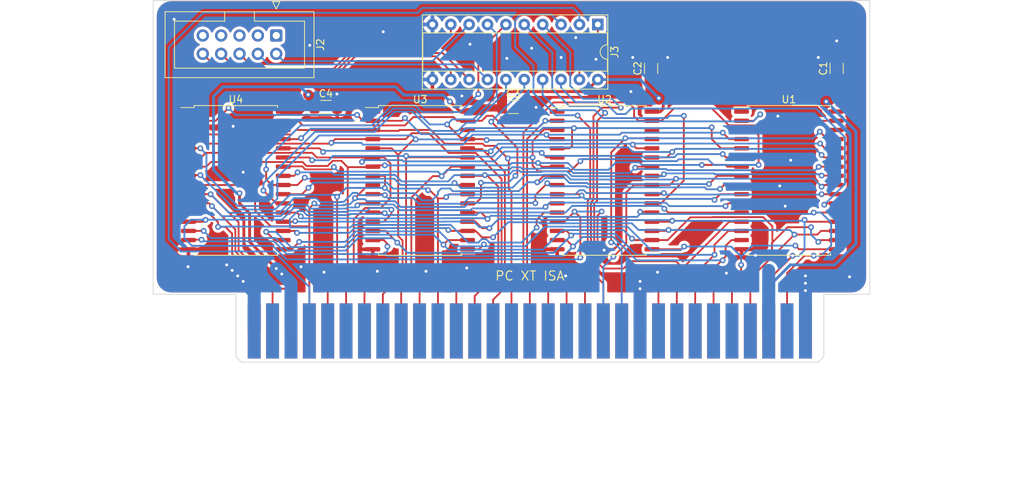
<source format=kicad_pcb>
(kicad_pcb (version 20211014) (generator pcbnew)
  (layers (0 "F.Cu" signal) (31 "B.Cu" signal) (34 "B.Paste" user) (35 "F.Paste" user) (36 "B.SilkS" user "B.Silkscreen") (37 "F.SilkS" user "F.Silkscreen") (38 "B.Mask" user) (39 "F.Mask" user) (44 "Edge.Cuts" user))
  (net 0 "")
  (net 1 "GND")
  (net 2 "VCC")
  (net 9 "~{SMEMW}")
  (net 10 "~{SMEMR}")
  (net 25 "ALE")
  (net 28 "DB7")
  (net 29 "DB6")
  (net 30 "DB5")
  (net 31 "DB4")
  (net 32 "DB3")
  (net 33 "DB2")
  (net 34 "DB1")
  (net 35 "DB0")
  (net 38 "A19")
  (net 39 "A18")
  (net 40 "A17")
  (net 41 "A16")
  (net 42 "A15")
  (net 43 "A14")
  (net 44 "A13")
  (net 45 "A12")
  (net 46 "A11")
  (net 47 "A10")
  (net 48 "A9")
  (net 49 "A8")
  (net 50 "A7")
  (net 51 "A6")
  (net 52 "A5")
  (net 53 "A4")
  (net 54 "A3")
  (net 55 "A2")
  (net 56 "A1")
  (net 57 "A0")
  (net 63 "IO8")
  (net 64 "IO7")
  (net 65 "I9")
  (net 66 "~{PACK}")
  (net 67 "I8")
  (net 68 "~{ALE}")
  (net 71 "~{CS4}")
  (net 72 "~{CS3}")
  (net 73 "~{CS2}")
  (net 74 "~{CS1}")
  (footprint "Connector_IDC:IDC-Header_2x05_P2.54mm_Vertical" (layer "F.Cu") (at 133.096 75.7015 -90)
    (fp_text reference "J2")
    (fp_text value "EXTRA 1")
  )
  (footprint "Capacitor_SMD:C_1206_3216Metric_Pad1.33x1.80mm_HandSolder" (layer "F.Cu") (at 184.912 80.264 90)
    (fp_text reference "C2")
    (fp_text value "100n/0.1u PWR")
  )
  (footprint "Package_SO:SSOP-32_11.305x20.495mm_P1.27mm" (layer "F.Cu") (at 178.4773 95.758)
    (fp_text reference "U2")
    (fp_text value "SRAM")
  )
  (footprint "Package_SO:SSOP-32_11.305x20.495mm_P1.27mm" (layer "F.Cu") (at 203.962 95.758)
    (fp_text reference "U1")
    (fp_text value "SRAM")
  )
  (footprint "Capacitor_SMD:C_1206_3216Metric_Pad1.33x1.80mm_HandSolder" (layer "F.Cu") (at 139.954 85.598)
    (fp_text reference "C4")
    (fp_text value "100n/0.1u PWR")
  )
  (footprint "Capacitor_SMD:C_1206_3216Metric_Pad1.33x1.80mm_HandSolder" (layer "F.Cu") (at 165.862 85.598)
    (fp_text reference "C3")
    (fp_text value "100n/0.1u PWR")
  )
  (footprint "ISA-X:ISA-X" (layer "F.Cu") (at 206.248 116.586)
    (fp_text reference "J1" hide)
    (fp_text value "PC XT ISA")
  )
  (footprint "Package_SO:SSOP-32_11.305x20.495mm_P1.27mm" (layer "F.Cu") (at 127.508 95.758)
    (fp_text reference "U4")
    (fp_text value "SRAM")
  )
  (footprint "Package_DIP:DIP-20_W7.62mm_Socket" (layer "F.Cu") (at 177.541 74.178 -90)
    (fp_text reference "J3")
    (fp_text value "GAL16V8")
  )
  (footprint "Package_SO:SSOP-32_11.305x20.495mm_P1.27mm" (layer "F.Cu") (at 152.9927 95.758)
    (fp_text reference "U3")
    (fp_text value "SRAM")
  )
  (footprint "Capacitor_SMD:C_1206_3216Metric_Pad1.33x1.80mm_HandSolder" (layer "F.Cu") (at 210.566 80.264 90)
    (fp_text reference "C1")
    (fp_text value "100n/0.1u PWR")
  )
  (gr_line (start 116.078 111.506) (end 116.078 70.866) (layer "Edge.Cuts") (width 0.1))
  (gr_line (start 127.508 120.142) (end 128.27 120.904) (layer "Edge.Cuts") (width 0.1))
  (gr_line (start 127.508 111.506) (end 116.078 111.506) (layer "Edge.Cuts") (width 0.1))
  (gr_line (start 208.788 111.506) (end 215.138 111.506) (layer "Edge.Cuts") (width 0.1))
  (gr_line (start 127.508 120.142) (end 127.508 111.506) (layer "Edge.Cuts") (width 0.1))
  (gr_line (start 208.026 120.904) (end 208.788 120.142) (layer "Edge.Cuts") (width 0.1))
  (gr_line (start 116.078 70.866) (end 215.138 70.866) (layer "Edge.Cuts") (width 0.1))
  (gr_line (start 208.026 120.904) (end 128.27 120.904) (layer "Edge.Cuts") (width 0.1))
  (gr_line (start 208.788 111.506) (end 208.788 120.142) (layer "Edge.Cuts") (width 0.1))
  (gr_line (start 215.138 111.506) (end 215.138 70.866) (layer "Edge.Cuts") (width 0.1))
  (via (at 137.7188 77.0636) (size 0.8) (drill 0.4) (layers "F.Cu" "B.Cu") (net 1))
  (via (at 164.973 78.867) (size 0.8) (drill 0.4) (layers "F.Cu" "B.Cu") (net 1))
  (via (at 202.692 96.52) (size 0.8) (drill 0.4) (layers "F.Cu" "B.Cu") (net 1))
  (via (at 158.75 84.074) (size 0.8) (drill 0.4) (layers "F.Cu" "B.Cu") (net 1))
  (via (at 183.388 110.744) (size 0.8) (drill 0.4) (layers "F.Cu" "B.Cu") (net 1))
  (via (at 159.8676 76.9112) (size 0.8) (drill 0.4) (layers "F.Cu" "B.Cu") (net 1))
  (via (at 127.762 108.966) (size 0.8) (drill 0.4) (layers "F.Cu" "B.Cu") (net 1))
  (via (at 182.118 83.4644) (size 0.8) (drill 0.4) (layers "F.Cu" "B.Cu") (net 1))
  (via (at 208.026 78.74) (size 0.8) (drill 0.4) (layers "F.Cu" "B.Cu") (net 1))
  (via (at 195.326 108.585) (size 0.8) (drill 0.4) (layers "F.Cu" "B.Cu") (net 1))
  (via (at 173.101 108.966) (size 0.8) (drill 0.4) (layers "F.Cu" "B.Cu") (net 1))
  (via (at 206.248 108.966) (size 0.8) (drill 0.4) (layers "F.Cu" "B.Cu") (net 1))
  (via (at 118.9736 73.4568) (size 0.8) (drill 0.4) (layers "F.Cu" "B.Cu") (net 1))
  (via (at 153.797 108.331) (size 0.8) (drill 0.4) (layers "F.Cu" "B.Cu") (net 1))
  (via (at 120.904 107.696) (size 0.8) (drill 0.4) (layers "F.Cu" "B.Cu") (net 1))
  (via (at 128.524 109.728) (size 0.8) (drill 0.4) (layers "F.Cu" "B.Cu") (net 1))
  (via (at 199.3392 106.1212) (size 0.8) (drill 0.4) (layers "F.Cu" "B.Cu") (net 1))
  (via (at 183.388 109.728) (size 0.8) (drill 0.4) (layers "F.Cu" "B.Cu") (net 1))
  (via (at 159.421119 107.87644) (size 0.8) (drill 0.4) (layers "F.Cu" "B.Cu") (net 1))
  (via (at 147.066 108.331) (size 0.8) (drill 0.4) (layers "F.Cu" "B.Cu") (net 1))
  (via (at 206.248 110.998) (size 0.8) (drill 0.4) (layers "F.Cu" "B.Cu") (net 1))
  (via (at 177.292 78.994) (size 0.8) (drill 0.4) (layers "F.Cu" "B.Cu") (net 1))
  (via (at 141.478 83.8035) (size 0.8) (drill 0.4) (layers "F.Cu" "B.Cu") (net 1))
  (via (at 147.8788 75.184) (size 0.8) (drill 0.4) (layers "F.Cu" "B.Cu") (net 1))
  (via (at 182.372 78.74) (size 0.8) (drill 0.4) (layers "F.Cu" "B.Cu") (net 1))
  (via (at 202.438 86.868) (size 0.8) (drill 0.4) (layers "F.Cu" "B.Cu") (net 1))
  (via (at 212.344 109.093) (size 0.8) (drill 0.4) (layers "F.Cu" "B.Cu") (net 1))
  (via (at 136.525 107.696) (size 0.8) (drill 0.4) (layers "F.Cu" "B.Cu") (net 1))
  (via (at 174.498 75.9968) (size 0.8) (drill 0.4) (layers "F.Cu" "B.Cu") (net 1))
  (via (at 127 108.204) (size 0.8) (drill 0.4) (layers "F.Cu" "B.Cu") (net 1))
  (via (at 206.248 109.982) (size 0.8) (drill 0.4) (layers "F.Cu" "B.Cu") (net 1))
  (via (at 187.198 78.74) (size 0.8) (drill 0.4) (layers "F.Cu" "B.Cu") (net 1))
  (via (at 128.524 94.615) (size 0.8) (drill 0.4) (layers "F.Cu" "B.Cu") (net 1))
  (via (at 126.238 107.442) (size 0.8) (drill 0.4) (layers "F.Cu" "B.Cu") (net 1))
  (via (at 168.402 77.47) (size 0.8) (drill 0.4) (layers "F.Cu" "B.Cu") (net 1))
  (via (at 204.216 92.964) (size 0.8) (drill 0.4) (layers "F.Cu" "B.Cu") (net 1))
  (via (at 172.466 78.74) (size 0.8) (drill 0.4) (layers "F.Cu" "B.Cu") (net 1))
  (via (at 127.127 88.265) (size 0.8) (drill 0.4) (layers "F.Cu" "B.Cu") (net 1))
  (via (at 139.7 108.458) (size 0.8) (drill 0.4) (layers "F.Cu" "B.Cu") (net 1))
  (via (at 169.0116 85.6488) (size 0.8) (drill 0.4) (layers "F.Cu" "B.Cu") (net 1))
  (via (at 203.454 99.314) (size 0.8) (drill 0.4) (layers "F.Cu" "B.Cu") (net 1))
  (via (at 185.801 108.458) (size 0.8) (drill 0.4) (layers "F.Cu" "B.Cu") (net 1))
  (via (at 210.566 76.454) (size 0.8) (drill 0.4) (layers "F.Cu" "B.Cu") (net 1))
  (via (at 178.422032 105.41) (size 0.8) (drill 0.4) (layers "F.Cu" "B.Cu") (net 1))
  (segment (start 183.388 109.728) (end 183.388 110.744) (width 1.8) (layer "B.Cu") (net 1))
  (segment (start 127.762 108.966) (end 127 108.204) (width 1.8) (layer "B.Cu") (net 1))
  (segment (start 130.048 111.252) (end 128.524 109.728) (width 1.8) (layer "B.Cu") (net 1))
  (segment (start 127 108.204) (end 126.238 107.442) (width 1.8) (layer "B.Cu") (net 1))
  (segment (start 128.524 109.728) (end 127.762 108.966) (width 1.8) (layer "B.Cu") (net 1))
  (segment (start 130.048 116.586) (end 130.048 111.252) (width 1.8) (layer "B.Cu") (net 1))
  (segment (start 183.388 110.744) (end 183.388 116.586) (width 1.8) (layer "B.Cu") (net 1))
  (segment (start 206.248 108.966) (end 206.248 109.982) (width 1.8) (layer "B.Cu") (net 1))
  (segment (start 206.248 109.982) (end 206.248 110.998) (width 1.8) (layer "B.Cu") (net 1))
  (segment (start 206.248 110.998) (end 206.248 116.586) (width 1.8) (layer "B.Cu") (net 1))
  (segment (start 164.1725 85.725) (end 161.798 85.725) (width 1) (layer "F.Cu") (net 2))
  (segment (start 136.2202 86.233) (end 134.058 86.233) (width 1) (layer "F.Cu") (net 2))
  (segment (start 204.2668 84.3788) (end 204.729 84.841) (width 0.4) (layer "F.Cu") (net 2))
  (segment (start 158.496 86.233) (end 157.099 84.836) (width 0.4) (layer "F.Cu") (net 2))
  (segment (start 136.8552 85.598) (end 136.2202 86.233) (width 1) (layer "F.Cu") (net 2))
  (segment (start 159.5427 86.233) (end 158.496 86.233) (width 0.4) (layer "F.Cu") (net 2))
  (segment (start 138.3915 84.771) (end 137.511 83.8905) (width 1.4) (layer "F.Cu") (net 2))
  (segment (start 210.566 81.8265) (end 210.566 83.3951) (width 1.8) (layer "F.Cu") (net 2))
  (segment (start 210.512 86.233) (end 209.3722 86.233) (width 0.4) (layer "F.Cu") (net 2))
  (segment (start 164.2995 84.2458) (end 164.2995 85.598) (width 1.4) (layer "F.Cu") (net 2))
  (segment (start 164.2995 85.598) (end 164.1725 85.725) (width 0.4) (layer "F.Cu") (net 2))
  (segment (start 210.566 83.3951) (end 209.1201 84.841) (width 1.8) (layer "F.Cu") (net 2))
  (segment (start 186.5884 84.9884) (end 185.9788 84.3788) (width 0.4) (layer "F.Cu") (net 2))
  (segment (start 186.5884 85.852) (end 186.5884 84.9884) (width 0.4) (layer "F.Cu") (net 2))
  (segment (start 209.1201 84.841) (end 204.729 84.841) (width 0.4) (layer "F.Cu") (net 2))
  (segment (start 185.3929 83.7929) (end 185.9788 84.3788) (width 0.4) (layer "F.Cu") (net 2))
  (segment (start 128.016 98.933) (end 128.016 97.536) (width 0.4) (layer "F.Cu") (net 2))
  (segment (start 165.0809 83.4644) (end 164.2995 84.2458) (width 0.4) (layer "F.Cu") (net 2))
  (segment (start 138.3915 85.598) (end 138.3915 84.771) (width 1.4) (layer "F.Cu") (net 2))
  (segment (start 185.0273 83.4273) (end 185.9788 84.3788) (width 1.8) (layer "F.Cu") (net 2))
  (segment (start 209.1201 84.841) (end 209.1201 85.9809) (width 0.4) (layer "F.Cu") (net 2))
  (segment (start 129.413 104.267) (end 129.413 100.33) (width 0.4) (layer "F.Cu") (net 2))
  (segment (start 138.3915 85.598) (end 136.8552 85.598) (width 1) (layer "F.Cu") (net 2))
  (segment (start 210.566 81.8265) (end 210.512 81.8805) (width 0.4) (layer "F.Cu") (net 2))
  (segment (start 133.096 107.95) (end 129.413 104.267) (width 0.4) (layer "F.Cu") (net 2))
  (segment (start 161.798 85.725) (end 161.29 86.233) (width 1) (layer "F.Cu") (net 2))
  (segment (start 209.1201 85.9809) (end 209.3722 86.233) (width 0.4) (layer "F.Cu") (net 2))
  (segment (start 129.413 100.33) (end 128.016 98.933) (width 0.4) (layer "F.Cu") (net 2))
  (segment (start 185.0273 83.7929) (end 185.3929 83.7929) (width 0.4) (layer "F.Cu") (net 2))
  (segment (start 175.8746 83.4644) (end 165.0809 83.4644) (width 0.4) (layer "F.Cu") (net 2))
  (segment (start 185.0273 81.9418) (end 185.0273 83.4273) (width 1.8) (layer "F.Cu") (net 2))
  (segment (start 185.0273 86.233) (end 186.2074 86.233) (width 0.4) (layer "F.Cu") (net 2))
  (segment (start 177.541 81.798) (end 175.8746 83.4644) (width 0.4) (layer "F.Cu") (net 2))
  (segment (start 161.29 86.233) (end 159.5427 86.233) (width 1) (layer "F.Cu") (net 2))
  (segment (start 186.2074 86.233) (end 186.5884 85.852) (width 0.4) (layer "F.Cu") (net 2))
  (segment (start 185.9788 84.3788) (end 204.2668 84.3788) (width 0.4) (layer "F.Cu") (net 2))
  (via (at 128.016 97.536) (size 0.8) (drill 0.4) (layers "F.Cu" "B.Cu") (net 2))
  (via (at 133.858 108.712) (size 0.8) (drill 0.4) (layers "F.Cu" "B.Cu") (net 2))
  (via (at 185.9788 84.3788) (size 0.8) (drill 0.4) (layers "F.Cu" "B.Cu") (net 2))
  (via (at 133.096 107.95) (size 0.8) (drill 0.4) (layers "F.Cu" "B.Cu") (net 2))
  (via (at 137.511 83.8905) (size 0.8) (drill 0.4) (layers "F.Cu" "B.Cu") (net 2))
  (via (at 209.1201 84.841) (size 0.8) (drill 0.4) (layers "F.Cu" "B.Cu") (net 2))
  (via (at 157.099 84.836) (size 0.8) (drill 0.4) (layers "F.Cu" "B.Cu") (net 2))
  (segment (start 156.21 83.947) (end 157.099 84.836) (width 0.4) (layer "B.Cu") (net 2))
  (segment (start 201.168 110.236) (end 201.168 109.474) (width 1) (layer "B.Cu") (net 2))
  (segment (start 135.636 82.804) (end 125.73 82.804) (width 0.4) (layer "B.Cu") (net 2))
  (segment (start 204.1652 107.442) (end 201.3712 110.236) (width 0.4) (layer "B.Cu") (net 2))
  (segment (start 133.858 108.712) (end 135.128 109.982) (width 1.8) (layer "B.Cu") (net 2))
  (segment (start 149.606 82.804) (end 150.749 83.947) (width 0.4) (layer "B.Cu") (net 2))
  (segment (start 177.541 81.798) (end 183.398 81.798) (width 0.4) (layer "B.Cu") (net 2))
  (segment (start 124.422511 84.111489) (end 124.422511 94.323511) (width 0.4) (layer "B.Cu") (net 2))
  (segment (start 124.422511 94.323511) (end 127.635 97.536) (width 0.4) (layer "B.Cu") (net 2))
  (segment (start 201.168 109.22) (end 201.168 108.204) (width 1.8) (layer "B.Cu") (net 2))
  (segment (start 213.233 104.521) (end 213.233 88.9539) (width 0.4) (layer "B.Cu") (net 2))
  (segment (start 210.312 107.442) (end 213.233 104.521) (width 0.4) (layer "B.Cu") (net 2))
  (segment (start 135.636 82.804) (end 149.606 82.804) (width 0.4) (layer "B.Cu") (net 2))
  (segment (start 137.511 83.8905) (end 136.4245 82.804) (width 0.4) (layer "B.Cu") (net 2))
  (segment (start 150.749 83.947) (end 156.21 83.947) (width 0.4) (layer "B.Cu") (net 2))
  (segment (start 183.398 81.798) (end 185.9788 84.3788) (width 0.4) (layer "B.Cu") (net 2))
  (segment (start 213.233 88.9539) (end 209.1201 84.841) (width 0.4) (layer "B.Cu") (net 2))
  (segment (start 201.168 110.236) (end 201.168 110.998) (width 1.8) (layer "B.Cu") (net 2))
  (segment (start 201.168 109.474) (end 201.168 109.22) (width 1) (layer "B.Cu") (net 2))
  (segment (start 201.3712 110.236) (end 201.168 110.236) (width 0.4) (layer "B.Cu") (net 2))
  (segment (start 127.635 97.536) (end 128.016 97.536) (width 0.4) (layer "B.Cu") (net 2))
  (segment (start 201.168 110.998) (end 201.168 110.236) (width 1) (layer "B.Cu") (net 2))
  (segment (start 201.168 110.998) (end 201.168 116.586) (width 1.8) (layer "B.Cu") (net 2))
  (segment (start 133.858 108.712) (end 133.096 107.95) (width 1.8) (layer "B.Cu") (net 2))
  (segment (start 201.168 109.474) (end 201.168 110.236) (width 1.8) (layer "B.Cu") (net 2))
  (segment (start 125.73 82.804) (end 124.422511 84.111489) (width 0.4) (layer "B.Cu") (net 2))
  (segment (start 204.1652 107.442) (end 210.312 107.442) (width 0.4) (layer "B.Cu") (net 2))
  (segment (start 136.4245 82.804) (end 135.636 82.804) (width 0.4) (layer "B.Cu") (net 2))
  (segment (start 135.128 109.982) (end 135.128 116.586) (width 1.8) (layer "B.Cu") (net 2))
  (segment (start 159.5427 90.043) (end 158.75 90.043) (width 0.25) (layer "F.Cu") (net 9))
  (segment (start 159.5427 90.043) (end 162.052 90.043) (width 0.25) (layer "F.Cu") (net 9))
  (segment (start 179.397251 91.874749) (end 181.356 89.916) (width 0.25) (layer "F.Cu") (net 9))
  (segment (start 136.398 90.043) (end 136.525 89.916) (width 0.25) (layer "F.Cu") (net 9))
  (segment (start 162.052 90.043) (end 162.179 90.17) (width 0.25) (layer "F.Cu") (net 9))
  (segment (start 209.2706 90.043) (end 208.2292 89.0016) (width 0.25) (layer "F.Cu") (net 9))
  (segment (start 158.75 90.043) (end 156.718 88.011) (width 0.25) (layer "F.Cu") (net 9))
  (segment (start 184.9003 89.916) (end 181.356 89.916) (width 0.25) (layer "F.Cu") (net 9))
  (segment (start 134.058 90.043) (end 136.398 90.043) (width 0.25) (layer "F.Cu") (net 9))
  (segment (start 210.512 90.043) (end 209.2706 90.043) (width 0.25) (layer "F.Cu") (net 9))
  (segment (start 179.397251 104.326549) (end 179.397251 91.874749) (width 0.25) (layer "F.Cu") (net 9))
  (segment (start 185.0273 90.043) (end 184.9003 89.916) (width 0.25) (layer "F.Cu") (net 9))
  (via (at 181.356 89.916) (size 0.8) (drill 0.4) (layers "F.Cu" "B.Cu") (net 9))
  (via (at 179.397251 104.326549) (size 0.8) (drill 0.4) (layers "F.Cu" "B.Cu") (net 9))
  (via (at 156.718 88.011) (size 0.8) (drill 0.4) (layers "F.Cu" "B.Cu") (net 9))
  (via (at 136.525 89.916) (size 0.8) (drill 0.4) (layers "F.Cu" "B.Cu") (net 9))
  (via (at 208.2292 89.0016) (size 0.8) (drill 0.4) (layers "F.Cu" "B.Cu") (net 9))
  (via (at 162.179 90.17) (size 0.8) (drill 0.4) (layers "F.Cu" "B.Cu") (net 9))
  (segment (start 181.369899 89.929899) (end 207.300901 89.929899) (width 0.25) (layer "B.Cu") (net 9))
  (segment (start 156.718 88.011) (end 154.305704 88.011) (width 0.25) (layer "B.Cu") (net 9))
  (segment (start 162.179 90.17) (end 162.2007 90.1917) (width 0.25) (layer "B.Cu") (net 9))
  (segment (start 180.848 105.4583) (end 179.716249 104.326549) (width 0.25) (layer "B.Cu") (net 9))
  (segment (start 152.088216 85.793512) (end 149.284193 85.793511) (width 0.25) (layer "B.Cu") (net 9))
  (segment (start 162.301 74.178) (end 163.576 75.453) (width 0.25) (layer "B.Cu") (net 9))
  (segment (start 146.490194 88.58751) (end 137.85349 88.58751) (width 0.25) (layer "B.Cu") (net 9))
  (segment (start 207.300901 89.929899) (end 208.2292 89.0016) (width 0.25) (layer "B.Cu") (net 9))
  (segment (start 157.4131 87.3159) (end 156.718 88.011) (width 0.25) (layer "B.Cu") (net 9))
  (segment (start 149.284193 85.793511) (end 146.490194 88.58751) (width 0.25) (layer "B.Cu") (net 9))
  (segment (start 180.848 116.586) (end 180.848 105.4583) (width 0.25) (layer "B.Cu") (net 9))
  (segment (start 162.2007 90.1917) (end 181.0803 90.1917) (width 0.25) (layer "B.Cu") (net 9))
  (segment (start 181.0803 90.1917) (end 181.356 89.916) (width 0.25) (layer "B.Cu") (net 9))
  (segment (start 163.576 84.074704) (end 160.334804 87.3159) (width 0.25) (layer "B.Cu") (net 9))
  (segment (start 160.334804 87.3159) (end 157.4131 87.3159) (width 0.25) (layer "B.Cu") (net 9))
  (segment (start 137.85349 88.58751) (end 136.525 89.916) (width 0.25) (layer "B.Cu") (net 9))
  (segment (start 163.576 75.453) (end 163.576 84.074704) (width 0.25) (layer "B.Cu") (net 9))
  (segment (start 181.356 89.916) (end 181.369899 89.929899) (width 0.25) (layer "B.Cu") (net 9))
  (segment (start 179.716249 104.326549) (end 179.397251 104.326549) (width 0.25) (layer "B.Cu") (net 9))
  (segment (start 154.305704 88.011) (end 152.088216 85.793512) (width 0.25) (layer "B.Cu") (net 9))
  (segment (start 187.4851 96.393) (end 188.3624 95.5157) (width 0.25) (layer "F.Cu") (net 10))
  (segment (start 182.499 96.393) (end 181.483 97.409) (width 0.25) (layer "F.Cu") (net 10))
  (segment (start 185.0273 96.393) (end 187.4851 96.393) (width 0.25) (layer "F.Cu") (net 10))
  (segment (start 136.017 96.393) (end 137.033 95.377) (width 0.25) (layer "F.Cu") (net 10))
  (segment (start 161.031 77.988) (end 161.031 83.82) (width 0.25) (layer "F.Cu") (net 10))
  (segment (start 210.512 96.393) (end 208.7103 96.393) (width 0.25) (layer "F.Cu") (net 10))
  (segment (start 132.461 96.393) (end 131.699 95.631) (width 0.25) (layer "F.Cu") (net 10))
  (segment (start 134.058 96.393) (end 136.017 96.393) (width 0.25) (layer "F.Cu") (net 10))
  (segment (start 158.0134 96.393) (end 157.734 96.1136) (width 0.25) (layer "F.Cu") (net 10))
  (segment (start 181.483 104.521) (end 179.705 106.299) (width 0.25) (layer "F.Cu") (net 10))
  (segment (start 134.058 96.393) (end 132.461 96.393) (width 0.25) (layer "F.Cu") (net 10))
  (segment (start 208.7103 96.393) (end 208.483 96.6203) (width 0.25) (layer "F.Cu") (net 10))
  (segment (start 131.699 95.631) (end 131.699 94.234) (width 0.25) (layer "F.Cu") (net 10))
  (segment (start 185.0273 96.393) (end 182.499 96.393) (width 0.25) (layer "F.Cu") (net 10))
  (segment (start 164.841 74.178) (end 161.031 77.988) (width 0.25) (layer "F.Cu") (net 10))
  (segment (start 159.5427 96.393) (end 158.0134 96.393) (width 0.25) (layer "F.Cu") (net 10))
  (segment (start 181.483 97.409) (end 181.483 104.521) (width 0.25) (layer "F.Cu") (net 10))
  (via (at 188.3624 95.5157) (size 0.8) (drill 0.4) (layers "F.Cu" "B.Cu") (net 10))
  (via (at 179.705 106.299) (size 0.8) (drill 0.4) (layers "F.Cu" "B.Cu") (net 10))
  (via (at 161.031 83.82) (size 0.8) (drill 0.4) (layers "F.Cu" "B.Cu") (net 10))
  (via (at 157.734 96.1136) (size 0.8) (drill 0.4) (layers "F.Cu" "B.Cu") (net 10))
  (via (at 131.699 94.234) (size 0.8) (drill 0.4) (layers "F.Cu" "B.Cu") (net 10))
  (via (at 208.483 96.6203) (size 0.8) (drill 0.4) (layers "F.Cu" "B.Cu") (net 10))
  (via (at 137.033 95.377) (size 0.8) (drill 0.4) (layers "F.Cu" "B.Cu") (net 10))
  (segment (start 157.9575 96.1539) (end 158.611 96.8074) (width 0.25) (layer "B.Cu") (net 10))
  (segment (start 157.9575 96.1539) (end 157.7323 96.3791) (width 0.25) (layer "B.Cu") (net 10))
  (segment (start 157.7743 96.1539) (end 157.734 96.1136) (width 0.25) (layer "B.Cu") (net 10))
  (segment (start 157.9575 96.1539) (end 157.7743 96.1539) (width 0.25) (layer "B.Cu") (net 10))
  (segment (start 207.3784 95.5157) (end 208.483 96.6203) (width 0.25) (layer "B.Cu") (net 10))
  (segment (start 178.308 107.696) (end 179.705 106.299) (width 0.25) (layer "B.Cu") (net 10))
  (segment (start 152.274409 85.344001) (end 149.098 85.344) (width 0.25) (layer "B.Cu") (net 10))
  (segment (start 188.3624 95.5157) (end 207.3784 95.5157) (width 0.25) (layer "B.Cu") (net 10))
  (segment (start 165.7638 96.7541) (end 167.482323 95.035577) (width 0.25) (layer "B.Cu") (net 10))
  (segment (start 161.031 83.82) (end 158.55951 86.29149) (width 0.25) (layer "B.Cu") (net 10))
  (segment (start 131.699 92.8896) (end 131.699 94.234) (width 0.25) (layer "B.Cu") (net 10))
  (segment (start 178.308 116.586) (end 178.308 107.696) (width 0.25) (layer "B.Cu") (net 10))
  (segment (start 158.611 96.8074) (end 161.6881 96.8074) (width 0.25) (layer "B.Cu") (net 10))
  (segment (start 170.069629 94.964641) (end 173.131155 94.964641) (width 0.25) (layer "B.Cu") (net 10))
  (segment (start 136.4506 88.138) (end 131.699 92.8896) (width 0.25) (layer "B.Cu") (net 10))
  (segment (start 173.131155 94.964641) (end 173.797514 95.631) (width 0.25) (layer "B.Cu") (net 10))
  (segment (start 161.7414 96.7541) (end 165.7638 96.7541) (width 0.25) (layer "B.Cu") (net 10))
  (segment (start 167.482323 95.035577) (end 169.998693 95.035577) (width 0.25) (layer "B.Cu") (net 10))
  (segment (start 169.998693 95.035577) (end 170.069629 94.964641) (width 0.25) (layer "B.Cu") (net 10))
  (segment (start 173.797514 95.631) (end 188.2471 95.631) (width 0.25) (layer "B.Cu") (net 10))
  (segment (start 150.26 96.3791) (end 149.3963 95.5154) (width 0.25) (layer "B.Cu") (net 10))
  (segment (start 149.098 85.344) (end 146.304 88.138) (width 0.25) (layer "B.Cu") (net 10))
  (segment (start 146.304 88.138) (end 136.4506 88.138) (width 0.25) (layer "B.Cu") (net 10))
  (segment (start 161.6881 96.8074) (end 161.7414 96.7541) (width 0.25) (layer "B.Cu") (net 10))
  (segment (start 153.221898 86.29149) (end 152.274409 85.344001) (width 0.25) (layer "B.Cu") (net 10))
  (segment (start 157.7323 96.3791) (end 150.26 96.3791) (width 0.25) (layer "B.Cu") (net 10))
  (segment (start 188.2471 95.631) (end 188.3624 95.5157) (width 0.25) (layer "B.Cu") (net 10))
  (segment (start 158.55951 86.29149) (end 153.221898 86.29149) (width 0.25) (layer "B.Cu") (net 10))
  (segment (start 149.3963 95.5154) (end 137.1714 95.5154) (width 0.25) (layer "B.Cu") (net 10))
  (segment (start 137.1714 95.5154) (end 137.033 95.377) (width 0.25) (layer "B.Cu") (net 10))
  (segment (start 175.001 74.178) (end 175.001 72.766) (width 0.25) (layer "B.Cu") (net 25))
  (segment (start 123.0126 72.5674) (end 118.237 77.343) (width 0.25) (layer "B.Cu") (net 25))
  (segment (start 137.668 110.4977) (end 137.668 116.586) (width 0.25) (layer "B.Cu") (net 25))
  (segment (start 152.6036 72.5674) (end 123.0126 72.5674) (width 0.25) (layer "B.Cu") (net 25))
  (segment (start 175.001 72.766) (end 174.117 71.882) (width 0.25) (layer "B.Cu") (net 25))
  (segment (start 119.9106 105.585) (end 132.7553 105.585) (width 0.25) (layer "B.Cu") (net 25))
  (segment (start 118.237 103.9114) (end 119.9106 105.585) (width 0.25) (layer "B.Cu") (net 25))
  (segment (start 132.7553 105.585) (end 137.668 110.4977) (width 0.25) (layer "B.Cu") (net 25))
  (segment (start 174.117 71.882) (end 153.289 71.882) (width 0.25) (layer "B.Cu") (net 25))
  (segment (start 153.289 71.882) (end 152.6036 72.5674) (width 0.25) (layer "B.Cu") (net 25))
  (segment (start 118.237 77.343) (end 118.237 103.9114) (width 0.25) (layer "B.Cu") (net 25))
  (segment (start 134.058 100.203) (end 135.9538 100.203) (width 0.25) (layer "F.Cu") (net 28))
  (segment (start 159.5427 100.203) (end 161.417 100.203) (width 0.25) (layer "F.Cu") (net 28))
  (segment (start 203.708 108.585) (end 206.121 106.172) (width 0.25) (layer "F.Cu") (net 28))
  (segment (start 203.708 116.586) (end 203.708 108.585) (width 0.25) (layer "F.Cu") (net 28))
  (segment (start 184.9285 100.1042) (end 183.3948 100.1042) (width 0.25) (layer "F.Cu") (net 28))
  (segment (start 206.121 106.172) (end 207.391 106.172) (width 0.25) (layer "F.Cu") (net 28))
  (segment (start 161.417 100.203) (end 162.306 101.092) (width 0.25) (layer "F.Cu") (net 28))
  (segment (start 210.512 100.203) (end 207.391 100.203) (width 0.25) (layer "F.Cu") (net 28))
  (segment (start 135.9538 100.203) (end 136.4853 100.7345) (width 0.25) (layer "F.Cu") (net 28))
  (segment (start 185.0273 100.203) (end 184.9285 100.1042) (width 0.25) (layer "F.Cu") (net 28))
  (via (at 207.391 106.172) (size 0.8) (drill 0.4) (layers "F.Cu" "B.Cu") (net 28))
  (via (at 207.391 100.203) (size 0.8) (drill 0.4) (layers "F.Cu" "B.Cu") (net 28))
  (via (at 136.4853 100.7345) (size 0.8) (drill 0.4) (layers "F.Cu" "B.Cu") (net 28))
  (via (at 162.306 101.092) (size 0.8) (drill 0.4) (layers "F.Cu" "B.Cu") (net 28))
  (via (at 183.3948 100.1042) (size 0.8) (drill 0.4) (layers "F.Cu" "B.Cu") (net 28))
  (segment (start 183.3948 100.3982) (end 207.1958 100.3982) (width 0.25) (layer "B.Cu") (net 28))
  (segment (start 169.7639 100.6456) (end 162.7524 100.6456) (width 0.25) (layer "B.Cu") (net 28))
  (segment (start 209.804 101.6) (end 209.804 104.775) (width 0.25) (layer "B.Cu") (net 28))
  (segment (start 169.9147 100.7964) (end 169.7639 100.6456) (width 0.25) (layer "B.Cu") (net 28))
  (segment (start 207.1958 100.3982) (end 207.391 100.203) (width 0.25) (layer "B.Cu") (net 28))
  (segment (start 208.407 106.172) (end 207.391 106.172) (width 0.25) (layer "B.Cu") (net 28))
  (segment (start 156.210114 100.992478) (end 162.206478 100.992478) (width 0.25) (layer "B.Cu") (net 28))
  (segment (start 156.192992 101.0096) (end 156.210114 100.992478) (width 0.25) (layer "B.Cu") (net 28))
  (segment (start 208.407 100.203) (end 209.804 101.6) (width 0.25) (layer "B.Cu") (net 28))
  (segment (start 209.804 104.775) (end 208.407 106.172) (width 0.25) (layer "B.Cu") (net 28))
  (segment (start 162.7524 100.6456) (end 162.306 101.092) (width 0.25) (layer "B.Cu") (net 28))
  (segment (start 183.3948 100.1042) (end 183.3948 100.3982) (width 0.25) (layer "B.Cu") (net 28))
  (segment (start 183.3948 100.3982) (end 182.9966 100.7964) (width 0.25) (layer "B.Cu") (net 28))
  (segment (start 207.391 100.203) (end 208.407 100.203) (width 0.25) (layer "B.Cu") (net 28))
  (segment (start 162.206478 100.992478) (end 162.306 101.092) (width 0.25) (layer "B.Cu") (net 28))
  (segment (start 136.7604 101.0096) (end 156.192992 101.0096) (width 0.25) (layer "B.Cu") (net 28))
  (segment (start 182.9966 100.7964) (end 169.9147 100.7964) (width 0.25) (layer "B.Cu") (net 28))
  (segment (start 136.4853 100.7345) (end 136.7604 101.0096) (width 0.25) (layer "B.Cu") (net 28))
  (segment (start 161.544 102.362) (end 162.56 102.362) (width 0.25) (layer "F.Cu") (net 29))
  (segment (start 135.6259 101.473) (end 135.7154 101.3835) (width 0.25) (layer "F.Cu") (net 29))
  (segment (start 187.706 101.473) (end 187.833 101.346) (width 0.25) (layer "F.Cu") (net 29))
  (segment (start 185.0273 101.473) (end 187.706 101.473) (width 0.25) (layer "F.Cu") (net 29))
  (segment (start 159.5427 101.473) (end 160.655 101.473) (width 0.25) (layer "F.Cu") (net 29))
  (segment (start 201.168 116.586) (end 201.168 109.4905) (width 0.25) (layer "F.Cu") (net 29))
  (segment (start 201.168 109.4905) (end 204.47 106.1885) (width 0.25) (layer "F.Cu") (net 29))
  (segment (start 206.375 101.473) (end 206.121 101.219) (width 0.25) (layer "F.Cu") (net 29))
  (segment (start 210.512 101.473) (end 206.375 101.473) (width 0.25) (layer "F.Cu") (net 29))
  (segment (start 134.058 101.473) (end 135.6259 101.473) (width 0.25) (layer "F.Cu") (net 29))
  (segment (start 160.655 101.473) (end 161.544 102.362) (width 0.25) (layer "F.Cu") (net 29))
  (via (at 206.121 101.219) (size 0.8) (drill 0.4) (layers "F.Cu" "B.Cu") (net 29))
  (via (at 204.47 106.1885) (size 0.8) (drill 0.4) (layers "F.Cu" "B.Cu") (net 29))
  (via (at 162.56 102.362) (size 0.8) (drill 0.4) (layers "F.Cu" "B.Cu") (net 29))
  (via (at 187.833 101.346) (size 0.8) (drill 0.4) (layers "F.Cu" "B.Cu") (net 29))
  (via (at 135.7154 101.3835) (size 0.8) (drill 0.4) (layers "F.Cu" "B.Cu") (net 29))
  (segment (start 205.333886 106.1885) (end 204.47 106.1885) (width 0.25) (layer "B.Cu") (net 29))
  (segment (start 160.402989 101.441989) (end 156.396307 101.441989) (width 0.25) (layer "B.Cu") (net 29))
  (segment (start 162.4149 102.2169) (end 162.56 102.362) (width 0.25) (layer "B.Cu") (net 29))
  (segment (start 187.7337 101.2467) (end 187.833 101.346) (width 0.25) (layer "B.Cu") (net 29))
  (segment (start 135.791011 101.459111) (end 135.7154 101.3835) (width 0.25) (layer "B.Cu") (net 29))
  (segment (start 163.8261 101.0959) (end 169.5773 101.0959) (width 0.25) (layer "B.Cu") (net 29))
  (segment (start 156.396307 101.441989) (end 156.379185 101.459111) (width 0.25) (layer "B.Cu") (net 29))
  (segment (start 205.994 101.346) (end 206.121 101.219) (width 0.25) (layer "B.Cu") (net 29))
  (segment (start 161.1779 102.2169) (end 162.4149 102.2169) (width 0.25) (layer "B.Cu") (net 29))
  (segment (start 169.5773 101.0959) (end 169.7281 101.2467) (width 0.25) (layer "B.Cu") (net 29))
  (segment (start 206.121 105.401386) (end 205.333886 106.1885) (width 0.25) (layer "B.Cu") (net 29))
  (segment (start 156.379185 101.459111) (end 135.791011 101.459111) (width 0.25) (layer "B.Cu") (net 29))
  (segment (start 206.121 101.219) (end 206.121 105.401386) (width 0.25) (layer "B.Cu") (net 29))
  (segment (start 162.56 102.362) (end 163.8261 101.0959) (width 0.25) (layer "B.Cu") (net 29))
  (segment (start 161.1779 102.2169) (end 160.402989 101.441989) (width 0.25) (layer "B.Cu") (net 29))
  (segment (start 187.833 101.346) (end 205.994 101.346) (width 0.25) (layer "B.Cu") (net 29))
  (segment (start 169.7281 101.2467) (end 187.7337 101.2467) (width 0.25) (layer "B.Cu") (net 29))
  (segment (start 204.724 103.251) (end 207.899 103.251) (width 0.25) (layer "F.Cu") (net 30))
  (segment (start 160.655 102.743) (end 161.544 103.632) (width 0.25) (layer "F.Cu") (net 30))
  (segment (start 135.9606 103.0092) (end 135.6944 102.743) (width 0.25) (layer "F.Cu") (net 30))
  (segment (start 187.198 102.743) (end 187.325 102.616) (width 0.25) (layer "F.Cu") (net 30))
  (segment (start 159.5427 102.743) (end 157.0096 102.743) (width 0.25) (layer "F.Cu") (net 30))
  (segment (start 159.5427 102.743) (end 160.655 102.743) (width 0.25) (layer "F.Cu") (net 30))
  (segment (start 185.0273 102.743) (end 187.198 102.743) (width 0.25) (layer "F.Cu") (net 30))
  (segment (start 157.0096 102.743) (end 156.8826 102.616) (width 0.25) (layer "F.Cu") (net 30))
  (segment (start 135.6944 102.743) (end 134.058 102.743) (width 0.25) (layer "F.Cu") (net 30))
  (segment (start 161.544 103.632) (end 163.068 103.632) (width 0.25) (layer "F.Cu") (net 30))
  (segment (start 207.899 103.251) (end 208.407 102.743) (width 0.25) (layer "F.Cu") (net 30))
  (segment (start 198.628 116.586) (end 198.628 109.347) (width 0.25) (layer "F.Cu") (net 30))
  (segment (start 198.628 109.347) (end 204.724 103.251) (width 0.25) (layer "F.Cu") (net 30))
  (segment (start 210.512 102.743) (end 208.407 102.743) (width 0.25) (layer "F.Cu") (net 30))
  (via (at 156.8826 102.616) (size 0.8) (drill 0.4) (layers "F.Cu" "B.Cu") (net 30))
  (via (at 204.724 103.251) (size 0.8) (drill 0.4) (layers "F.Cu" "B.Cu") (net 30))
  (via (at 187.325 102.616) (size 0.8) (drill 0.4) (layers "F.Cu" "B.Cu") (net 30))
  (via (at 135.9606 103.0092) (size 0.8) (drill 0.4) (layers "F.Cu" "B.Cu") (net 30))
  (via (at 163.068 103.632) (size 0.8) (drill 0.4) (layers "F.Cu" "B.Cu") (net 30))
  (segment (start 187.325 102.616) (end 204.089 102.616) (width 0.25) (layer "B.Cu") (net 30))
  (segment (start 163.068 103.632) (end 165.1538 101.5462) (width 0.25) (layer "B.Cu") (net 30))
  (segment (start 183.1666 102.616) (end 187.325 102.616) (width 0.25) (layer "B.Cu") (net 30))
  (segment (start 169.3907 101.5462) (end 169.5415 101.697) (width 0.25) (layer "B.Cu") (net 30))
  (segment (start 169.5415 101.697) (end 182.2476 101.697) (width 0.25) (layer "B.Cu") (net 30))
  (segment (start 204.089 102.616) (end 204.724 103.251) (width 0.25) (layer "B.Cu") (net 30))
  (segment (start 146.186212 102.3605) (end 156.6271 102.3605) (width 0.25) (layer "B.Cu") (net 30))
  (segment (start 143.233088 103.0092) (end 143.884155 102.358133) (width 0.25) (layer "B.Cu") (net 30))
  (segment (start 156.6271 102.3605) (end 156.8826 102.616) (width 0.25) (layer "B.Cu") (net 30))
  (segment (start 146.183845 102.358133) (end 146.186212 102.3605) (width 0.25) (layer "B.Cu") (net 30))
  (segment (start 135.9606 103.0092) (end 143.233088 103.0092) (width 0.25) (layer "B.Cu") (net 30))
  (segment (start 182.2476 101.697) (end 183.1666 102.616) (width 0.25) (layer "B.Cu") (net 30))
  (segment (start 143.884155 102.358133) (end 146.183845 102.358133) (width 0.25) (layer "B.Cu") (net 30))
  (segment (start 165.1538 101.5462) (end 169.3907 101.5462) (width 0.25) (layer "B.Cu") (net 30))
  (segment (start 193.4013 100.8676) (end 190.3407 100.8676) (width 0.25) (layer "F.Cu") (net 31))
  (segment (start 156.845 104.013) (end 156.21 104.648) (width 0.25) (layer "F.Cu") (net 31))
  (segment (start 201.676 104.0352) (end 201.676 102.108) (width 0.25) (layer "F.Cu") (net 31))
  (segment (start 210.512 104.013) (end 208.28 104.013) (width 0.25) (layer "F.Cu") (net 31))
  (segment (start 182.2727 103.8019) (end 182.4838 104.013) (width 0.25) (layer "F.Cu") (net 31))
  (segment (start 201.8261 104.1853) (end 201.676 104.0352) (width 0.25) (layer "F.Cu") (net 31))
  (segment (start 196.088 110.870296) (end 196.088 116.586) (width 0.25) (layer "F.Cu") (net 31))
  (segment (start 200.406 100.838) (end 193.4309 100.838) (width 0.25) (layer "F.Cu") (net 31))
  (segment (start 201.6228 104.3886) (end 201.6228 105.335496) (width 0.25) (layer "F.Cu") (net 31))
  (segment (start 193.4309 100.838) (end 193.4013 100.8676) (width 0.25) (layer "F.Cu") (net 31))
  (segment (start 159.5427 104.013) (end 156.845 104.013) (width 0.25) (layer "F.Cu") (net 31))
  (segment (start 134.058 104.013) (end 132.842 104.013) (width 0.25) (layer "F.Cu") (net 31))
  (segment (start 208.28 104.013) (end 208.026 104.267) (width 0.25) (layer "F.Cu") (net 31))
  (segment (start 190.3407 100.8676) (end 187.1953 104.013) (width 0.25) (layer "F.Cu") (net 31))
  (segment (start 201.8261 104.1853) (end 201.6228 104.3886) (width 0.25) (layer "F.Cu") (net 31))
  (segment (start 187.1953 104.013) (end 185.0273 104.013) (width 0.25) (layer "F.Cu") (net 31))
  (segment (start 132.842 104.013) (end 131.699 102.87) (width 0.25) (layer "F.Cu") (net 31))
  (segment (start 207.0143 102.2307) (end 203.7807 102.2307) (width 0.25) (layer "F.Cu") (net 31))
  (segment (start 201.676 102.108) (end 200.406 100.838) (width 0.25) (layer "F.Cu") (net 31))
  (segment (start 203.7807 102.2307) (end 201.8261 104.1853) (width 0.25) (layer "F.Cu") (net 31))
  (segment (start 201.6228 105.335496) (end 196.088 110.870296) (width 0.25) (layer "F.Cu") (net 31))
  (segment (start 182.4838 104.013) (end 185.0273 104.013) (width 0.25) (layer "F.Cu") (net 31))
  (via (at 131.699 102.87) (size 0.8) (drill 0.4) (layers "F.Cu" "B.Cu") (net 31))
  (via (at 208.026 104.267) (size 0.8) (drill 0.4) (layers "F.Cu" "B.Cu") (net 31))
  (via (at 182.2727 103.8019) (size 0.8) (drill 0.4) (layers "F.Cu" "B.Cu") (net 31))
  (via (at 207.0143 102.2307) (size 0.8) (drill 0.4) (layers "F.Cu" "B.Cu") (net 31))
  (via (at 156.21 104.648) (size 0.8) (drill 0.4) (layers "F.Cu" "B.Cu") (net 31))
  (segment (start 135.1382 104.987) (end 133.0212 102.87) (width 0.25) (layer "B.Cu") (net 31))
  (segment (start 172.6292 102.6379) (end 169.935633 105.331467) (width 0.25) (layer "B.Cu") (net 31))
  (segment (start 182.2727 103.8019) (end 181.1087 102.6379) (width 0.25) (layer "B.Cu") (net 31))
  (segment (start 144.252596 103.2611) (end 142.526696 104.987) (width 0.25) (layer "B.Cu") (net 31))
  (segment (start 156.21 104.648) (end 154.8231 103.2611) (width 0.25) (layer "B.Cu") (net 31))
  (segment (start 169.935633 105.331467) (end 156.893467 105.331467) (width 0.25) (layer "B.Cu") (net 31))
  (segment (start 207.0143 102.2307) (end 207.0143 103.2553) (width 0.25) (layer "B.Cu") (net 31))
  (segment (start 207.0143 103.2553) (end 208.026 104.267) (width 0.25) (layer "B.Cu") (net 31))
  (segment (start 156.893467 105.331467) (end 156.21 104.648) (width 0.25) (layer "B.Cu") (net 31))
  (segment (start 133.0212 102.87) (end 131.699 102.87) (width 0.25) (layer "B.Cu") (net 31))
  (segment (start 154.8231 103.2611) (end 144.252596 103.2611) (width 0.25) (layer "B.Cu") (net 31))
  (segment (start 181.1087 102.6379) (end 172.6292 102.6379) (width 0.25) (layer "B.Cu") (net 31))
  (segment (start 142.526696 104.987) (end 135.1382 104.987) (width 0.25) (layer "B.Cu") (net 31))
  (segment (start 210.512 105.283) (end 205.359 105.283) (width 0.25) (layer "F.Cu") (net 32))
  (segment (start 195.834 109.982) (end 197.358 108.458) (width 0.25) (layer "F.Cu") (net 32))
  (segment (start 193.548 116.586) (end 193.548 110.871) (width 0.25) (layer "F.Cu") (net 32))
  (segment (start 185.0273 105.283) (end 189.103 105.283) (width 0.25) (layer "F.Cu") (net 32))
  (segment (start 159.5427 105.283) (end 161.121967 105.283) (width 0.25) (layer "F.Cu") (net 32))
  (segment (start 134.058 105.283) (end 135.2497 105.283) (width 0.25) (layer "F.Cu") (net 32))
  (segment (start 135.2497 105.283) (end 136.271 104.2617) (width 0.25) (layer "F.Cu") (net 32))
  (segment (start 197.358 108.458) (end 197.358 107.442) (width 0.25) (layer "F.Cu") (net 32))
  (segment (start 189.103 105.283) (end 189.484 104.902) (width 0.25) (layer "F.Cu") (net 32))
  (segment (start 205.359 105.283) (end 204.851 104.775) (width 0.25) (layer "F.Cu") (net 32))
  (segment (start 161.121967 105.283) (end 161.798 104.606967) (width 0.25) (layer "F.Cu") (net 32))
  (segment (start 193.548 110.871) (end 194.437 109.982) (width 0.25) (layer "F.Cu") (net 32))
  (segment (start 194.437 109.982) (end 195.834 109.982) (width 0.25) (layer "F.Cu") (net 32))
  (via (at 189.484 104.902) (size 0.8) (drill 0.4) (layers "F.Cu" "B.Cu") (net 32))
  (via (at 197.358 107.442) (size 0.8) (drill 0.4) (layers "F.Cu" "B.Cu") (net 32))
  (via (at 161.798 104.606967) (size 0.8) (drill 0.4) (layers "F.Cu" "B.Cu") (net 32))
  (via (at 204.851 104.775) (size 0.8) (drill 0.4) (layers "F.Cu" "B.Cu") (net 32))
  (via (at 136.271 104.2617) (size 0.8) (drill 0.4) (layers "F.Cu" "B.Cu") (net 32))
  (segment (start 170.2402 102.1473) (end 167.505544 104.881956) (width 0.25) (layer "B.Cu") (net 32))
  (segment (start 142.616292 104.2617) (end 136.271 104.2617) (width 0.25) (layer "B.Cu") (net 32))
  (segment (start 189.484 104.902) (end 188.9868 105.3992) (width 0.25) (layer "B.Cu") (net 32))
  (segment (start 197.358 106.299) (end 197.358 107.442) (width 0.25) (layer "B.Cu") (net 32))
  (segment (start 184.8958 105.3992) (end 181.6439 102.1473) (width 0.25) (layer "B.Cu") (net 32))
  (segment (start 167.505544 104.881956) (end 162.072989 104.881956) (width 0.25) (layer "B.Cu") (net 32))
  (segment (start 155.6279 102.8108) (end 144.067192 102.8108) (width 0.25) (layer "B.Cu") (net 32))
  (segment (start 181.6439 102.1473) (end 170.2402 102.1473) (width 0.25) (layer "B.Cu") (net 32))
  (segment (start 162.072989 104.881956) (end 161.798 104.606967) (width 0.25) (layer "B.Cu") (net 32))
  (segment (start 197.358 106.299) (end 198.882 104.775) (width 0.25) (layer "B.Cu") (net 32))
  (segment (start 161.523011 104.881956) (end 157.699056 104.881956) (width 0.25) (layer "B.Cu") (net 32))
  (segment (start 198.882 104.775) (end 204.851 104.775) (width 0.25) (layer "B.Cu") (net 32))
  (segment (start 161.798 104.606967) (end 161.523011 104.881956) (width 0.25) (layer "B.Cu") (net 32))
  (segment (start 189.484 104.902) (end 195.961 104.902) (width 0.25) (layer "B.Cu") (net 32))
  (segment (start 188.9868 105.3992) (end 184.8958 105.3992) (width 0.25) (layer "B.Cu") (net 32))
  (segment (start 144.067192 102.8108) (end 142.616292 104.2617) (width 0.25) (layer "B.Cu") (net 32))
  (segment (start 195.961 104.902) (end 197.358 106.299) (width 0.25) (layer "B.Cu") (net 32))
  (segment (start 157.699056 104.881956) (end 155.6279 102.8108) (width 0.25) (layer "B.Cu") (net 32))
  (segment (start 147.955 104.013) (end 148.463 104.521) (width 0.25) (layer "F.Cu") (net 33))
  (segment (start 148.463 104.521) (end 148.463 104.902) (width 0.25) (layer "F.Cu") (net 33))
  (segment (start 191.008 110.5034) (end 195.2181 106.2933) (width 0.25) (layer "F.Cu") (net 33))
  (segment (start 173.228 104.013) (end 174.117 104.902) (width 0.25) (layer "F.Cu") (net 33))
  (segment (start 146.4427 104.013) (end 147.955 104.013) (width 0.25) (layer "F.Cu") (net 33))
  (segment (start 195.2181 106.2933) (end 195.2181 104.8067) (width 0.25) (layer "F.Cu") (net 33))
  (segment (start 196.0118 104.013) (end 197.412 104.013) (width 0.25) (layer "F.Cu") (net 33))
  (segment (start 171.9273 104.013) (end 173.228 104.013) (width 0.25) (layer "F.Cu") (net 33))
  (segment (start 121.0161 103.9549) (end 120.958 104.013) (width 0.25) (layer "F.Cu") (net 33))
  (segment (start 195.2181 104.8067) (end 196.0118 104.013) (width 0.25) (layer "F.Cu") (net 33))
  (segment (start 122.7636 103.9549) (end 121.0161 103.9549) (width 0.25) (layer "F.Cu") (net 33))
  (segment (start 191.008 116.586) (end 191.008 110.5034) (width 0.25) (layer "F.Cu") (net 33))
  (via (at 122.7636 103.9549) (size 0.8) (drill 0.4) (layers "F.Cu" "B.Cu") (net 33))
  (via (at 148.463 104.902) (size 0.8) (drill 0.4) (layers "F.Cu" "B.Cu") (net 33))
  (via (at 194.807 106.818) (size 0.8) (drill 0.4) (layers "F.Cu" "B.Cu") (net 33))
  (via (at 174.117 104.902) (size 0.8) (drill 0.4) (layers "F.Cu" "B.Cu") (net 33))
  (segment (start 122.9888 104.1801) (end 122.7636 103.9549) (width 0.25) (layer "B.Cu") (net 33))
  (segment (start 148.463 105.5155) (end 148.463 104.902) (width 0.25) (layer "B.Cu") (net 33))
  (segment (start 179.6767 103.5814) (end 175.4376 103.5814) (width 0.25) (layer "B.Cu") (net 33))
  (segment (start 148.433589 106.230489) (end 172.788511 106.230489) (width 0.25) (layer "B.Cu") (net 33))
  (segment (start 148.0908 105.8877) (end 148.463 105.5155) (width 0.25) (layer "B.Cu") (net 33))
  (segment (start 148.0908 105.8877) (end 148.0345 105.944) (width 0.25) (layer "B.Cu") (net 33))
  (segment (start 134.5414 105.944) (end 132.7775 104.1801) (width 0.25) (layer "B.Cu") (net 33))
  (segment (start 172.788511 106.230489) (end 174.117 104.902) (width 0.25) (layer "B.Cu") (net 33))
  (segment (start 132.7775 104.1801) (end 122.9888 104.1801) (width 0.25) (layer "B.Cu") (net 33))
  (segment (start 148.0908 105.8877) (end 148.433589 106.230489) (width 0.25) (layer "B.Cu") (net 33))
  (segment (start 182.9133 106.818) (end 179.6767 103.5814) (width 0.25) (layer "B.Cu") (net 33))
  (segment (start 175.4376 103.5814) (end 174.117 104.902) (width 0.25) (layer "B.Cu") (net 33))
  (segment (start 194.807 106.818) (end 182.9133 106.818) (width 0.25) (layer "B.Cu") (net 33))
  (segment (start 148.0345 105.944) (end 134.5414 105.944) (width 0.25) (layer "B.Cu") (net 33))
  (segment (start 171.9273 102.743) (end 173.228 102.743) (width 0.25) (layer "F.Cu") (net 34))
  (segment (start 195.58 102.743) (end 193.675 104.648) (width 0.25) (layer "F.Cu") (net 34))
  (segment (start 120.958 102.743) (end 123.063 102.743) (width 0.25) (layer "F.Cu") (net 34))
  (segment (start 146.4427 102.743) (end 148.20926 102.743) (width 0.25) (layer "F.Cu") (net 34))
  (segment (start 173.228 102.743) (end 173.863 103.378) (width 0.25) (layer "F.Cu") (net 34))
  (segment (start 188.468 116.586) (end 188.468 111.252) (width 0.25) (layer "F.Cu") (net 34))
  (segment (start 197.412 102.743) (end 195.58 102.743) (width 0.25) (layer "F.Cu") (net 34))
  (segment (start 188.468 111.252) (end 193.675 106.045) (width 0.25) (layer "F.Cu") (net 34))
  (segment (start 193.675 104.648) (end 193.675 106.045) (width 0.25) (layer "F.Cu") (net 34))
  (segment (start 148.20926 102.743) (end 149.831252 104.364992) (width 0.25) (layer "F.Cu") (net 34))
  (via (at 123.063 102.743) (size 0.8) (drill 0.4) (layers "F.Cu" "B.Cu") (net 34))
  (via (at 193.675 106.045) (size 0.8) (drill 0.4) (layers "F.Cu" "B.Cu") (net 34))
  (via (at 173.863 103.378) (size 0.8) (drill 0.4) (layers "F.Cu" "B.Cu") (net 34))
  (via (at 149.831252 104.364992) (size 0.8) (drill 0.4) (layers "F.Cu" "B.Cu") (net 34))
  (segment (start 142.6901 105.4679) (end 134.7434 105.4679) (width 0.25) (layer "B.Cu") (net 34))
  (segment (start 149.831252 104.364992) (end 151.247238 105.780978) (width 0.25) (layer "B.Cu") (net 34))
  (segment (start 149.22526 103.759) (end 144.399 103.759) (width 0.25) (layer "B.Cu") (net 34))
  (segment (start 173.863 103.378) (end 174.1099 103.1311) (width 0.25) (layer "B.Cu") (net 34))
  (segment (start 174.1099 103.1311) (end 179.9582 103.1311) (width 0.25) (layer "B.Cu") (net 34))
  (segment (start 151.247238 105.780978) (end 171.460022 105.780978) (width 0.25) (layer "B.Cu") (net 34))
  (segment (start 149.831252 104.364992) (end 149.22526 103.759) (width 0.25) (layer "B.Cu") (net 34))
  (segment (start 171.460022 105.780978) (end 173.863 103.378) (width 0.25) (layer "B.Cu") (net 34))
  (segment (start 144.399 103.759) (end 142.6901 105.4679) (width 0.25) (layer "B.Cu") (net 34))
  (segment (start 133.0053 103.7298) (end 124.0498 103.7298) (width 0.25) (layer "B.Cu") (net 34))
  (segment (start 182.8721 106.045) (end 193.675 106.045) (width 0.25) (layer "B.Cu") (net 34))
  (segment (start 134.7434 105.4679) (end 133.0053 103.7298) (width 0.25) (layer "B.Cu") (net 34))
  (segment (start 124.0498 103.7298) (end 123.063 102.743) (width 0.25) (layer "B.Cu") (net 34))
  (segment (start 179.9582 103.1311) (end 182.8721 106.045) (width 0.25) (layer "B.Cu") (net 34))
  (segment (start 181.102 107.95) (end 182.118 106.934) (width 0.25) (layer "F.Cu") (net 35))
  (segment (start 177.497532 107.139532) (end 177.497532 100.635468) (width 0.25) (layer "F.Cu") (net 35))
  (segment (start 172.9294 101.473) (end 171.9273 101.473) (width 0.25) (layer "F.Cu") (net 35))
  (segment (start 149.0119 100.4012) (end 149.0119 99.8095) (width 0.25) (layer "F.Cu") (net 35))
  (segment (start 188.341 106.934) (end 182.118 106.934) (width 0.25) (layer "F.Cu") (net 35))
  (segment (start 185.928 116.586) (end 185.928 111.252) (width 0.25) (layer "F.Cu") (net 35))
  (segment (start 189.2935 107.8865) (end 185.928 111.252) (width 0.25) (layer "F.Cu") (net 35))
  (segment (start 177.497532 100.635468) (end 178.0729 100.0601) (width 0.25) (layer "F.Cu") (net 35))
  (segment (start 174.3313 100.0711) (end 172.9294 101.473) (width 0.25) (layer "F.Cu") (net 35))
  (segment (start 123.063 101.473) (end 123.317 101.219) (width 0.25) (layer "F.Cu") (net 35))
  (segment (start 175.133 100.8728) (end 175.133 106.426) (width 0.25) (layer "F.Cu") (net 35))
  (segment (start 146.4427 101.473) (end 147.9401 101.473) (width 0.25) (layer "F.Cu") (net 35))
  (segment (start 197.412 101.473) (end 195.707 101.473) (width 0.25) (layer "F.Cu") (net 35))
  (segment (start 178.308 107.95) (end 177.497532 107.139532) (width 0.25) (layer "F.Cu") (net 35))
  (segment (start 178.308 107.95) (end 181.102 107.95) (width 0.25) (layer "F.Cu") (net 35))
  (segment (start 189.2935 107.8865) (end 188.341 106.934) (width 0.25) (layer "F.Cu") (net 35))
  (segment (start 120.958 101.473) (end 123.063 101.473) (width 0.25) (layer "F.Cu") (net 35))
  (segment (start 195.707 101.473) (end 189.2935 107.8865) (width 0.25) (layer "F.Cu") (net 35))
  (segment (start 174.3313 100.0711) (end 175.133 100.8728) (width 0.25) (layer "F.Cu") (net 35))
  (segment (start 147.9401 101.473) (end 149.0119 100.4012) (width 0.25) (layer "F.Cu") (net 35))
  (via (at 178.0729 100.0601) (size 0.8) (drill 0.4) (layers "F.Cu" "B.Cu") (net 35))
  (via (at 149.0119 99.8095) (size 0.8) (drill 0.4) (layers "F.Cu" "B.Cu") (net 35))
  (via (at 174.3313 100.0711) (size 0.8) (drill 0.4) (layers "F.Cu" "B.Cu") (net 35))
  (via (at 175.133 106.426) (size 0.8) (drill 0.4) (layers "F.Cu" "B.Cu") (net 35))
  (via (at 123.317 101.219) (size 0.8) (drill 0.4) (layers "F.Cu" "B.Cu") (net 35))
  (segment (start 149.0119 99.8095) (end 148.7613 99.5589) (width 0.25) (layer "B.Cu") (net 35))
  (segment (start 142.95477 100.109) (end 137.5225 100.109) (width 0.25) (layer "B.Cu") (net 35))
  (segment (start 145.697909 99.946413) (end 143.117363 99.946407) (width 0.25) (layer "B.Cu") (net 35))
  (segment (start 120.396 103.759) (end 120.396 102.108) (width 0.25) (layer "B.Cu") (net 35))
  (segment (start 132.6232 104.8072) (end 121.4442 104.8072) (width 0.25) (layer "B.Cu") (net 35))
  (segment (start 133.8842 101.1909) (end 122.7993 101.1909) (width 0.25) (layer "B.Cu") (net 35))
  (segment (start 175.133 106.426) (end 174.879 106.68) (width 0.25) (layer "B.Cu") (net 35))
  (segment (start 174.879 106.68) (end 134.496 106.68) (width 0.25) (layer "B.Cu") (net 35))
  (segment (start 136.9724 99.5589) (end 135.5162 99.5589) (width 0.25) (layer "B.Cu") (net 35))
  (segment (start 146.085422 99.5589) (end 145.697909 99.946413) (width 0.25) (layer "B.Cu") (net 35))
  (segment (start 137.5225 100.109) (end 136.9724 99.5589) (width 0.25) (layer "B.Cu") (net 35))
  (segment (start 148.7613 99.5589) (end 146.085422 99.5589) (width 0.25) (layer "B.Cu") (net 35))
  (segment (start 134.496 106.68) (end 132.6232 104.8072) (width 0.25) (layer "B.Cu") (net 35))
  (segment (start 143.117363 99.946407) (end 142.95477 100.109) (width 0.25) (layer "B.Cu") (net 35))
  (segment (start 121.3131 101.1909) (end 122.7993 101.1909) (width 0.25) (layer "B.Cu") (net 35))
  (segment (start 135.5162 99.5589) (end 133.8842 101.1909) (width 0.25) (layer "B.Cu") (net 35))
  (segment (start 174.3313 100.0711) (end 174.3423 100.0601) (width 0.25) (layer "B.Cu") (net 35))
  (segment (start 122.7993 101.1909) (end 122.8274 101.219) (width 0.25) (layer "B.Cu") (net 35))
  (segment (start 174.3423 100.0601) (end 178.0729 100.0601) (width 0.25) (layer "B.Cu") (net 35))
  (segment (start 121.4442 104.8072) (end 120.396 103.759) (width 0.25) (layer "B.Cu") (net 35))
  (segment (start 122.8274 101.219) (end 123.317 101.219) (width 0.25) (layer "B.Cu") (net 35))
  (segment (start 120.396 102.108) (end 121.3131 101.1909) (width 0.25) (layer "B.Cu") (net 35))
  (segment (start 178.308 110.0328) (end 177.048021 108.772821) (width 0.25) (layer "F.Cu") (net 38))
  (segment (start 177.4444 87.5296) (end 178.562 86.412) (width 0.25) (layer "F.Cu") (net 38))
  (segment (start 177.048021 98.958387) (end 177.4444 98.562008) (width 0.25) (layer "F.Cu") (net 38))
  (segment (start 178.308 116.586) (end 178.308 110.0328) (width 0.25) (layer "F.Cu") (net 38))
  (segment (start 177.4444 98.562008) (end 177.4444 87.5296) (width 0.25) (layer "F.Cu") (net 38))
  (segment (start 177.048021 108.772821) (end 177.048021 98.958387) (width 0.25) (layer "F.Cu") (net 38))
  (via (at 178.562 86.412) (size 0.8) (drill 0.4) (layers "F.Cu" "B.Cu") (net 38))
  (segment (start 173.609 85.471) (end 177.621 85.471) (width 0.25) (layer "B.Cu") (net 38))
  (segment (start 177.621 85.471) (end 178.562 86.412) (width 0.25) (layer "B.Cu") (net 38))
  (segment (start 167.381 74.178) (end 171.2475 78.0445) (width 0.25) (layer "B.Cu") (net 38))
  (segment (start 171.2475 78.0445) (end 171.2475 83.1095) (width 0.25) (layer "B.Cu") (net 38))
  (segment (start 171.2475 83.1095) (end 173.609 85.471) (width 0.25) (layer "B.Cu") (net 38))
  (segment (start 176.59851 98.772194) (end 176.942012 98.428692) (width 0.25) (layer "F.Cu") (net 39))
  (segment (start 176.942012 98.428692) (end 176.942012 86.877315) (width 0.25) (layer "F.Cu") (net 39))
  (segment (start 176.59851 110.11669) (end 176.59851 98.772194) (width 0.25) (layer "F.Cu") (net 39))
  (segment (start 176.942012 86.877315) (end 178.131827 85.6875) (width 0.25) (layer "F.Cu") (net 39))
  (segment (start 175.768 116.586) (end 175.768 110.9472) (width 0.25) (layer "F.Cu") (net 39))
  (segment (start 175.768 110.9472) (end 176.59851 110.11669) (width 0.25) (layer "F.Cu") (net 39))
  (segment (start 178.131827 85.6875) (end 180.721 85.6875) (width 0.25) (layer "F.Cu") (net 39))
  (via (at 180.721 85.6875) (size 0.8) (drill 0.4) (layers "F.Cu" "B.Cu") (net 39))
  (segment (start 179.4885 84.455) (end 180.721 85.6875) (width 0.25) (layer "B.Cu") (net 39))
  (segment (start 175.514 84.455) (end 179.4885 84.455) (width 0.25) (layer "B.Cu") (net 39))
  (segment (start 173.736 77.993) (end 173.736 82.677) (width 0.25) (layer "B.Cu") (net 39))
  (segment (start 173.736 82.677) (end 175.514 84.455) (width 0.25) (layer "B.Cu") (net 39))
  (segment (start 169.921 74.178) (end 173.736 77.993) (width 0.25) (layer "B.Cu") (net 39))
  (segment (start 173.228 110.7948) (end 175.7426 108.2802) (width 0.25) (layer "F.Cu") (net 40))
  (segment (start 176.149 98.586) (end 176.492501 98.242499) (width 0.25) (layer "F.Cu") (net 40))
  (segment (start 176.492501 88.512512) (end 174.752 86.772011) (width 0.25) (layer "F.Cu") (net 40))
  (segment (start 175.7426 108.2802) (end 176.149 108.2802) (width 0.25) (layer "F.Cu") (net 40))
  (segment (start 176.492501 98.242499) (end 176.492501 88.512512) (width 0.25) (layer "F.Cu") (net 40))
  (segment (start 173.228 116.586) (end 173.228 110.7948) (width 0.25) (layer "F.Cu") (net 40))
  (segment (start 176.149 108.2802) (end 176.149 98.586) (width 0.25) (layer "F.Cu") (net 40))
  (via (at 174.752 86.772011) (size 0.8) (drill 0.4) (layers "F.Cu" "B.Cu") (net 40))
  (segment (start 171.7294 86.741) (end 174.720989 86.741) (width 0.25) (layer "B.Cu") (net 40))
  (segment (start 171.054 72.771) (end 166.878 72.771) (width 0.25) (layer "B.Cu") (net 40))
  (segment (start 166.116 77.3251) (end 168.651 79.8601) (width 0.25) (layer "B.Cu") (net 40))
  (segment (start 172.461 74.178) (end 171.054 72.771) (width 0.25) (layer "B.Cu") (net 40))
  (segment (start 166.878 72.771) (end 166.116 73.533) (width 0.25) (layer "B.Cu") (net 40))
  (segment (start 168.651 83.6626) (end 171.7294 86.741) (width 0.25) (layer "B.Cu") (net 40))
  (segment (start 166.116 73.533) (end 166.116 77.3251) (width 0.25) (layer "B.Cu") (net 40))
  (segment (start 168.651 79.8601) (end 168.651 83.6626) (width 0.25) (layer "B.Cu") (net 40))
  (segment (start 174.720989 86.741) (end 174.752 86.772011) (width 0.25) (layer "B.Cu") (net 40))
  (segment (start 167.767 90.0261) (end 170.2901 87.503) (width 0.25) (layer "F.Cu") (net 41))
  (segment (start 199.1106 87.503) (end 199.9996 86.614) (width 0.25) (layer "F.Cu") (net 41))
  (segment (start 170.688 116.586) (end 170.688 110.3884) (width 0.25) (layer "F.Cu") (net 41))
  (segment (start 170.688 110.3884) (end 167.767 107.4674) (width 0.25) (layer "F.Cu") (net 41))
  (segment (start 124.714 87.503) (end 126.492 85.725) (width 0.25) (layer "F.Cu") (net 41))
  (segment (start 146.4427 87.503) (end 150.495 87.503) (width 0.25) (layer "F.Cu") (net 41))
  (segment (start 146.4427 87.503) (end 145.075033 87.503) (width 0.25) (layer "F.Cu") (net 41))
  (segment (start 170.2901 87.503) (end 171.9273 87.503) (width 0.25) (layer "F.Cu") (net 41))
  (segment (start 167.767 107.4674) (end 167.767 90.0261) (width 0.25) (layer "F.Cu") (net 41))
  (segment (start 145.075033 87.503) (end 144.272 86.699967) (width 0.25) (layer "F.Cu") (net 41))
  (segment (start 150.495 87.503) (end 150.876 87.122) (width 0.25) (layer "F.Cu") (net 41))
  (segment (start 120.958 87.503) (end 124.714 87.503) (width 0.25) (layer "F.Cu") (net 41))
  (segment (start 197.412 87.503) (end 199.1106 87.503) (width 0.25) (layer "F.Cu") (net 41))
  (via (at 170.2901 87.503) (size 0.8) (drill 0.4) (layers "F.Cu" "B.Cu") (net 41))
  (via (at 150.876 87.122) (size 0.8) (drill 0.4) (layers "F.Cu" "B.Cu") (net 41))
  (via (at 199.9996 86.614) (size 0.8) (drill 0.4) (layers "F.Cu" "B.Cu") (net 41))
  (via (at 144.272 86.699967) (size 0.8) (drill 0.4) (layers "F.Cu" "B.Cu") (net 41))
  (via (at 126.492 85.725) (size 0.8) (drill 0.4) (layers "F.Cu" "B.Cu") (net 41))
  (segment (start 170.2901 87.503) (end 170.2901 87.5195) (width 0.25) (layer "B.Cu") (net 41))
  (segment (start 170.2901 87.5195) (end 170.356611 87.586011) (width 0.25) (layer "B.Cu") (net 41))
  (segment (start 169.2906 88.519) (end 159.2453 88.519) (width 0.25) (layer "B.Cu") (net 41))
  (segment (start 199.027589 87.586011) (end 199.9996 86.614) (width 0.25) (layer "B.Cu") (net 41))
  (segment (start 158.4112 89.3531) (end 153.1071 89.3531) (width 0.25) (layer "B.Cu") (net 41))
  (segment (start 170.2901 87.5195) (end 169.2906 88.519) (width 0.25) (layer "B.Cu") (net 41))
  (segment (start 127.466967 86.699967) (end 126.492 85.725) (width 0.25) (layer "B.Cu") (net 41))
  (segment (start 159.2453 88.519) (end 158.4112 89.3531) (width 0.25) (layer "B.Cu") (net 41))
  (segment (start 144.272 86.699967) (end 127.466967 86.699967) (width 0.25) (layer "B.Cu") (net 41))
  (segment (start 153.1071 89.3531) (end 150.876 87.122) (width 0.25) (layer "B.Cu") (net 41))
  (segment (start 170.356611 87.586011) (end 199.027589 87.586011) (width 0.25) (layer "B.Cu") (net 41))
  (segment (start 157.607 86.995) (end 152.0276 86.995) (width 0.25) (layer "F.Cu") (net 42))
  (segment (start 168.148 109.728) (end 167.259 108.839) (width 0.25) (layer "F.Cu") (net 42))
  (segment (start 186.3672 87.503) (end 188.069 85.8012) (width 0.25) (layer "F.Cu") (net 42))
  (segment (start 134.058 87.503) (end 136.1186 87.503) (width 0.25) (layer "F.Cu") (net 42))
  (segment (start 161.5186 87.503) (end 159.5427 87.503) (width 0.25) (layer "F.Cu") (net 42))
  (segment (start 162.207301 86.814299) (end 161.5186 87.503) (width 0.25) (layer "F.Cu") (net 42))
  (segment (start 164.6823 88.4737) (end 163.022899 86.814299) (width 0.25) (layer "F.Cu") (net 42))
  (segment (start 206.6557 88.138) (end 207.2907 87.503) (width 0.25) (layer "F.Cu") (net 42))
  (segment (start 159.5427 87.503) (end 158.115 87.503) (width 0.25) (layer "F.Cu") (net 42))
  (segment (start 207.2907 87.503) (end 210.512 87.503) (width 0.25) (layer "F.Cu") (net 42))
  (segment (start 183.1594 87.503) (end 182.5541 86.8977) (width 0.25) (layer "F.Cu") (net 42))
  (segment (start 182.5541 86.8977) (end 182.5541 85.7715) (width 0.25) (layer "F.Cu") (net 42))
  (segment (start 152.0276 86.995) (end 150.87412 88.14848) (width 0.25) (layer "F.Cu") (net 42))
  (segment (start 167.259 108.839) (end 167.259 89.1293) (width 0.25) (layer "F.Cu") (net 42))
  (segment (start 193.3209 85.8012) (end 195.6577 88.138) (width 0.25) (layer "F.Cu") (net 42))
  (segment (start 181.7456 84.963) (end 171.4253 84.963) (width 0.25) (layer "F.Cu") (net 42))
  (segment (start 167.259 89.1293) (end 167.9146 88.4737) (width 0.25) (layer "F.Cu") (net 42))
  (segment (start 168.148 116.586) (end 168.148 109.728) (width 0.25) (layer "F.Cu") (net 42))
  (segment (start 185.0273 87.503) (end 186.3672 87.503) (width 0.25) (layer "F.Cu") (net 42))
  (segment (start 182.5541 85.7715) (end 181.7456 84.963) (width 0.25) (layer "F.Cu") (net 42))
  (segment (start 163.022899 86.814299) (end 162.207301 86.814299) (width 0.25) (layer "F.Cu") (net 42))
  (segment (start 158.115 87.503) (end 157.607 86.995) (width 0.25) (layer "F.Cu") (net 42))
  (segment (start 136.1186 87.503) (end 136.76408 88.14848) (width 0.25) (layer "F.Cu") (net 42))
  (segment (start 188.069 85.8012) (end 193.3209 85.8012) (width 0.25) (layer "F.Cu") (net 42))
  (segment (start 185.0273 87.503) (end 183.1594 87.503) (width 0.25) (layer "F.Cu") (net 42))
  (segment (start 195.6577 88.138) (end 206.6557 88.138) (width 0.25) (layer "F.Cu") (net 42))
  (segment (start 171.4253 84.963) (end 167.9146 88.4737) (width 0.25) (layer "F.Cu") (net 42))
  (segment (start 167.9146 88.4737) (end 164.6823 88.4737) (width 0.25) (layer "F.Cu") (net 42))
  (segment (start 150.87412 88.14848) (end 136.76408 88.14848) (width 0.25) (layer "F.Cu") (net 42))
  (segment (start 199.771 93.6077) (end 199.771 89.535) (width 0.25) (layer "F.Cu") (net 43))
  (segment (start 120.958 88.773) (end 123.19 88.773) (width 0.25) (layer "F.Cu") (net 43))
  (segment (start 161.6342 90.678) (end 161.925 90.9688) (width 0.25) (layer "F.Cu") (net 43))
  (segment (start 173.736 94.488) (end 175.133 93.091) (width 0.25) (layer "F.Cu") (net 43))
  (segment (start 150.149304 88.773) (end 154.4794 88.773) (width 0.25) (layer "F.Cu") (net 43))
  (segment (start 199.009 88.773) (end 197.412 88.773) (width 0.25) (layer "F.Cu") (net 43))
  (segment (start 168.529 93.726) (end 169.291 94.488) (width 0.25) (layer "F.Cu") (net 43))
  (segment (start 171.8456 88.6913) (end 170.1384 88.6913) (width 0.25) (layer "F.Cu") (net 43))
  (segment (start 165.1 92.71) (end 165.227 92.837) (width 0.25) (layer "F.Cu") (net 43))
  (segment (start 146.4427 88.7731) (end 135.8155 88.7731) (width 0.25) (layer "F.Cu") (net 43))
  (segment (start 123.19 88.773) (end 123.816 89.399) (width 0.25) (layer "F.Cu") (net 43))
  (segment (start 156.3844 90.678) (end 161.6342 90.678) (width 0.25) (layer "F.Cu") (net 43))
  (segment (start 168.529 92.583) (end 168.529 93.726) (width 0.25) (layer "F.Cu") (net 43))
  (segment (start 170.1384 88.6913) (end 168.529 90.3007) (width 0.25) (layer "F.Cu") (net 43))
  (segment (start 165.125 92.735) (end 165.1 92.71) (width 0.25) (layer "F.Cu") (net 43))
  (segment (start 169.291 94.488) (end 173.736 94.488) (width 0.25) (layer "F.Cu") (net 43))
  (segment (start 146.4427 88.773) (end 146.4427 88.7731) (width 0.25) (layer "F.Cu") (net 43))
  (segment (start 171.9273 88.773) (end 171.8456 88.6913) (width 0.25) (layer "F.Cu") (net 43))
  (segment (start 168.529 90.3007) (end 168.529 92.583) (width 0.25) (layer "F.Cu") (net 43))
  (segment (start 165.227 92.837) (end 165.227 96.901) (width 0.25) (layer "F.Cu") (net 43))
  (segment (start 150.028793 88.893511) (end 150.149304 88.773) (width 0.25) (layer "F.Cu") (net 43))
  (segment (start 163.3588 90.9688) (end 165.1 92.71) (width 0.25) (layer "F.Cu") (net 43))
  (segment (start 146.4427 88.773) (end 146.563211 88.893511) (width 0.25) (layer "F.Cu") (net 43))
  (segment (start 199.771 89.535) (end 199.009 88.773) (width 0.25) (layer "F.Cu") (net 43))
  (segment (start 161.925 90.9688) (end 163.3588 90.9688) (width 0.25) (layer "F.Cu") (net 43))
  (segment (start 146.563211 88.893511) (end 150.028793 88.893511) (width 0.25) (layer "F.Cu") (net 43))
  (segment (start 135.1896 89.399) (end 123.816 89.399) (width 0.25) (layer "F.Cu") (net 43))
  (segment (start 165.608 116.586) (end 165.608 97.282) (width 0.25) (layer "F.Cu") (net 43))
  (segment (start 165.608 97.282) (end 165.227 96.901) (width 0.25) (layer "F.Cu") (net 43))
  (segment (start 154.4794 88.773) (end 156.3844 90.678) (width 0.25) (layer "F.Cu") (net 43))
  (segment (start 135.8155 88.7731) (end 135.1896 89.399) (width 0.25) (layer "F.Cu") (net 43))
  (via (at 168.529 92.583) (size 0.8) (drill 0.4) (layers "F.Cu" "B.Cu") (net 43))
  (via (at 199.771 93.6077) (size 0.8) (drill 0.4) (layers "F.Cu" "B.Cu") (net 43))
  (via (at 165.1 92.71) (size 0.8) (drill 0.4) (layers "F.Cu" "B.Cu") (net 43))
  (via (at 175.133 93.091) (size 0.8) (drill 0.4) (layers "F.Cu" "B.Cu") (net 43))
  (segment (start 165.227 92.583) (end 165.1 92.71) (width 0.25) (layer "B.Cu") (net 43))
  (segment (start 175.414477 92.809523) (end 183.477515 92.809523) (width 0.25) (layer "B.Cu") (net 43))
  (segment (start 175.133 93.091) (end 175.414477 92.809523) (width 0.25) (layer "B.Cu") (net 43))
  (segment (start 168.529 92.583) (end 165.227 92.583) (width 0.25) (layer "B.Cu") (net 43))
  (segment (start 199.771 93.6077) (end 193.5567 93.6077) (width 0.25) (layer "B.Cu") (net 43))
  (segment (start 183.477515 92.809523) (end 183.758992 93.091) (width 0.25) (layer "B.Cu") (net 43))
  (segment (start 188.468704 93.091) (end 188.722704 92.837) (width 0.25) (layer "B.Cu") (net 43))
  (segment (start 188.722704 92.837) (end 192.786 92.837) (width 0.25) (layer "B.Cu") (net 43))
  (segment (start 183.758992 93.091) (end 188.468704 93.091) (width 0.25) (layer "B.Cu") (net 43))
  (segment (start 193.5567 93.6077) (end 192.786 92.837) (width 0.25) (layer "B.Cu") (net 43))
  (segment (start 164.691521 110.644479) (end 164.691521 94.566121) (width 0.25) (layer "F.Cu") (net 44))
  (segment (start 134.058 91.313) (end 139.065 91.313) (width 0.25) (layer "F.Cu") (net 44))
  (segment (start 159.5427 91.313) (end 159.6489 91.4192) (width 0.25) (layer "F.Cu") (net 44))
  (segment (start 161.5446 91.4192) (end 162.2989 92.1735) (width 0.25) (layer "F.Cu") (net 44))
  (segment (start 210.512 91.313) (end 208.9386 91.313) (width 0.25) (layer "F.Cu") (net 44))
  (segment (start 163.068 116.586) (end 163.068 112.268) (width 0.25) (layer "F.Cu") (net 44))
  (segment (start 139.065 91.313) (end 139.573 91.821) (width 0.25) (layer "F.Cu") (net 44))
  (segment (start 208.9386 91.313) (end 208.28 90.6544) (width 0.25) (layer "F.Cu") (net 44))
  (segment (start 162.2989 92.1735) (end 162.7431 91.7293) (width 0.25) (layer "F.Cu") (net 44))
  (segment (start 159.6489 91.4192) (end 161.5446 91.4192) (width 0.25) (layer "F.Cu") (net 44))
  (segment (start 164.691521 94.566121) (end 162.2989 92.1735) (width 0.25) (layer "F.Cu") (net 44))
  (segment (start 182.88 91.313) (end 182.372 90.805) (width 0.25) (layer "F.Cu") (net 44))
  (segment (start 163.068 112.268) (end 164.691521 110.644479) (width 0.25) (layer "F.Cu") (net 44))
  (segment (start 185.0273 91.313) (end 182.88 91.313) (width 0.25) (layer "F.Cu") (net 44))
  (via (at 182.372 90.805) (size 0.8) (drill 0.4) (layers "F.Cu" "B.Cu") (net 44))
  (via (at 139.573 91.821) (size 0.8) (drill 0.4) (layers "F.Cu" "B.Cu") (net 44))
  (via (at 208.28 90.6544) (size 0.8) (drill 0.4) (layers "F.Cu" "B.Cu") (net 44))
  (via (at 162.7431 91.7293) (size 0.8) (drill 0.4) (layers "F.Cu" "B.Cu") (net 44))
  (segment (start 162.7431 91.7293) (end 162.663372 91.649572) (width 0.25) (layer "B.Cu") (net 44))
  (segment (start 182.372 90.805) (end 182.5226 90.6544) (width 0.25) (layer "B.Cu") (net 44))
  (segment (start 182.245 90.678) (end 182.372 90.805) (width 0.25) (layer "B.Cu") (net 44))
  (segment (start 182.5226 90.6544) (end 208.28 90.6544) (width 0.25) (layer "B.Cu") (net 44))
  (segment (start 139.744428 91.649572) (end 139.573 91.821) (width 0.25) (layer "B.Cu") (net 44))
  (segment (start 162.663372 91.649572) (end 139.744428 91.649572) (width 0.25) (layer "B.Cu") (net 44))
  (segment (start 163.7944 90.678) (end 182.245 90.678) (width 0.25) (layer "B.Cu") (net 44))
  (segment (start 162.7431 91.7293) (end 163.7944 90.678) (width 0.25) (layer "B.Cu") (net 44))
  (segment (start 140.59948 90.66752) (end 123.33632 90.66752) (width 0.25) (layer "F.Cu") (net 45))
  (segment (start 140.716 90.551) (end 140.59948 90.66752) (width 0.25) (layer "F.Cu") (net 45))
  (segment (start 171.0531 90.043) (end 170.4379 89.4278) (width 0.25) (layer "F.Cu") (net 45))
  (segment (start 122.7118 90.043) (end 120.958 90.043) (width 0.25) (layer "F.Cu") (net 45))
  (segment (start 160.528 116.586) (end 160.528 111.76) (width 0.25) (layer "F.Cu") (net 45))
  (segment (start 151.0027 90.043) (end 146.4427 90.043) (width 0.25) (layer "F.Cu") (net 45))
  (segment (start 171.9273 90.043) (end 171.0531 90.043) (width 0.25) (layer "F.Cu") (net 45))
  (segment (start 146.4427 90.043) (end 141.224 90.043) (width 0.25) (layer "F.Cu") (net 45))
  (segment (start 141.224 90.043) (end 140.716 90.551) (width 0.25) (layer "F.Cu") (net 45))
  (segment (start 164.242011 109.696989) (end 164.242011 95.546911) (width 0.25) (layer "F.Cu") (net 45))
  (segment (start 164.242011 95.546911) (end 160.6432 91.9481) (width 0.25) (layer "F.Cu") (net 45))
  (segment (start 160.528 111.76) (end 162.591011 109.696989) (width 0.25) (layer "F.Cu") (net 45))
  (segment (start 162.591011 109.696989) (end 164.242011 109.696989) (width 0.25) (layer "F.Cu") (net 45))
  (segment (start 195.7095 90.043) (end 194.818 89.1515) (width 0.25) (layer "F.Cu") (net 45))
  (segment (start 160.6432 91.9481) (end 156.9186 91.9481) (width 0.25) (layer "F.Cu") (net 45))
  (segment (start 197.412 90.043) (end 195.7095 90.043) (width 0.25) (layer "F.Cu") (net 45))
  (segment (start 151.8223 89.2234) (end 151.0027 90.043) (width 0.25) (layer "F.Cu") (net 45))
  (segment (start 156.9186 91.9481) (end 154.1939 89.2234) (width 0.25) (layer "F.Cu") (net 45))
  (segment (start 122.7118 90.043) (end 123.33632 90.66752) (width 0.25) (layer "F.Cu") (net 45))
  (segment (start 154.1939 89.2234) (end 151.8223 89.2234) (width 0.25) (layer "F.Cu") (net 45))
  (via (at 140.716 90.551) (size 0.8) (drill 0.4) (layers "F.Cu" "B.Cu") (net 45))
  (via (at 194.818 89.1515) (size 0.8) (drill 0.4) (layers "F.Cu" "B.Cu") (net 45))
  (via (at 170.4379 89.4278) (size 0.8) (drill 0.4) (layers "F.Cu" "B.Cu") (net 45))
  (segment (start 158.872699 90.802101) (end 145.076801 90.802101) (width 0.25) (layer "B.Cu") (net 45))
  (segment (start 160.247 89.4278) (end 158.872699 90.802101) (width 0.25) (layer "B.Cu") (net 45))
  (segment (start 144.8257 90.551) (end 140.716 90.551) (width 0.25) (layer "B.Cu") (net 45))
  (segment (start 145.076801 90.802101) (end 144.8257 90.551) (width 0.25) (layer "B.Cu") (net 45))
  (segment (start 170.4379 89.4278) (end 180.5845 89.4278) (width 0.25) (layer "B.Cu") (net 45))
  (segment (start 180.8608 89.1515) (end 194.818 89.1515) (width 0.25) (layer "B.Cu") (net 45))
  (segment (start 180.5845 89.4278) (end 180.8608 89.1515) (width 0.25) (layer "B.Cu") (net 45))
  (segment (start 170.4379 89.4278) (end 160.247 89.4278) (width 0.25) (layer "B.Cu") (net 45))
  (segment (start 163.792501 96.609501) (end 162.306 95.123) (width 0.25) (layer "F.Cu") (net 46))
  (segment (start 161.2459 95.123) (end 161.8303 95.123) (width 0.25) (layer "F.Cu") (net 46))
  (segment (start 160.2735 108.3315) (end 163.3225 108.3315) (width 0.25) (layer "F.Cu") (net 46))
  (segment (start 134.058 95.123) (end 135.5598 95.123) (width 0.25) (layer "F.Cu") (net 46))
  (segment (start 161.8303 95.123) (end 161.925 95.0283) (width 0.25) (layer "F.Cu") (net 46))
  (segment (start 162.306 95.123) (end 161.2459 95.123) (width 0.25) (layer "F.Cu") (net 46))
  (segment (start 135.5598 95.123) (end 136.0424 94.6404) (width 0.25) (layer "F.Cu") (net 46))
  (segment (start 157.988 116.586) (end 157.988 110.617) (width 0.25) (layer "F.Cu") (net 46))
  (segment (start 157.988 110.617) (end 160.2735 108.3315) (width 0.25) (layer "F.Cu") (net 46))
  (segment (start 185.0273 95.123) (end 186.4603 95.123) (width 0.25) (layer "F.Cu") (net 46))
  (segment (start 163.792501 107.861499) (end 163.792501 96.609501) (width 0.25) (layer "F.Cu") (net 46))
  (segment (start 186.4603 95.123) (end 186.6768 94.9065) (width 0.25) (layer "F.Cu") (net 46))
  (segment (start 210.4754 95.0864) (end 208.483 95.0864) (width 0.25) (layer "F.Cu") (net 46))
  (segment (start 159.5427 95.123) (end 161.2459 95.123) (width 0.25) (layer "F.Cu") (net 46))
  (segment (start 210.512 95.123) (end 210.4754 95.0864) (width 0.25) (layer "F.Cu") (net 46))
  (segment (start 163.3225 108.3315) (end 163.792501 107.861499) (width 0.25) (layer "F.Cu") (net 46))
  (via (at 136.0424 94.6404) (size 0.8) (drill 0.4) (layers "F.Cu" "B.Cu") (net 46))
  (via (at 161.925 95.0283) (size 0.8) (drill 0.4) (layers "F.Cu" "B.Cu") (net 46))
  (via (at 208.483 95.0864) (size 0.8) (drill 0.4) (layers "F.Cu" "B.Cu") (net 46))
  (via (at 186.6768 94.9065) (size 0.8) (drill 0.4) (layers "F.Cu" "B.Cu") (net 46))
  (segment (start 173.31735 94.51513) (end 173.983709 95.181489) (width 0.25) (layer "B.Cu") (net 46))
  (segment (start 208.483 95.0864) (end 208.296611 94.900011) (width 0.25) (layer "B.Cu") (net 46))
  (segment (start 169.883437 94.51513) (end 173.31735 94.51513) (width 0.25) (layer "B.Cu") (net 46))
  (segment (start 186.7929 94.7904) (end 186.6768 94.9065) (width 0.25) (layer "B.Cu") (net 46))
  (segment (start 186.401811 95.181489) (end 186.6768 94.9065) (width 0.25) (layer "B.Cu") (net 46))
  (segment (start 208.296611 94.900011) (end 193.696707 94.900011) (width 0.25) (layer "B.Cu") (net 46))
  (segment (start 140.756306 94.6404) (end 136.0424 94.6404) (width 0.25) (layer "B.Cu") (net 46))
  (segment (start 165.853401 94.392199) (end 166.676699 94.392199) (width 0.25) (layer "B.Cu") (net 46))
  (segment (start 156.8485 95.8934) (end 150.4112 95.8934) (width 0.25) (layer "B.Cu") (net 46))
  (segment (start 169.812499 94.586067) (end 169.883437 94.51513) (width 0.25) (layer "B.Cu") (net 46))
  (segment (start 149.5075 94.9897) (end 141.105606 94.9897) (width 0.25) (layer "B.Cu") (net 46))
  (segment (start 161.925 95.0283) (end 157.7136 95.0283) (width 0.25) (layer "B.Cu") (net 46))
  (segment (start 173.983709 95.181489) (end 186.401811 95.181489) (width 0.25) (layer "B.Cu") (net 46))
  (segment (start 141.105606 94.9897) (end 140.756306 94.6404) (width 0.25) (layer "B.Cu") (net 46))
  (segment (start 161.925 95.0283) (end 165.2173 95.0283) (width 0.25) (layer "B.Cu") (net 46))
  (segment (start 150.4112 95.8934) (end 149.5075 94.9897) (width 0.25) (layer "B.Cu") (net 46))
  (segment (start 165.2173 95.0283) (end 165.853401 94.392199) (width 0.25) (layer "B.Cu") (net 46))
  (segment (start 166.676699 94.392199) (end 166.870567 94.586067) (width 0.25) (layer "B.Cu") (net 46))
  (segment (start 157.7136 95.0283) (end 156.8485 95.8934) (width 0.25) (layer "B.Cu") (net 46))
  (segment (start 193.696707 94.900011) (end 193.587096 94.7904) (width 0.25) (layer "B.Cu") (net 46))
  (segment (start 193.587096 94.7904) (end 186.7929 94.7904) (width 0.25) (layer "B.Cu") (net 46))
  (segment (start 166.870567 94.586067) (end 169.812499 94.586067) (width 0.25) (layer "B.Cu") (net 46))
  (segment (start 155.448 98.2448) (end 154.3068 97.1036) (width 0.25) (layer "F.Cu") (net 47))
  (segment (start 210.512 97.663) (end 208.4837 97.663) (width 0.25) (layer "F.Cu") (net 47))
  (segment (start 154.3068 97.1036) (end 154.0867 97.1036) (width 0.25) (layer "F.Cu") (net 47))
  (segment (start 208.4837 97.663) (end 208.483 97.6637) (width 0.25) (layer "F.Cu") (net 47))
  (segment (start 156.4156 98.2448) (end 155.448 98.2448) (width 0.25) (layer "F.Cu") (net 47))
  (segment (start 136.652 97.663) (end 137.541 96.774) (width 0.25) (layer "F.Cu") (net 47))
  (segment (start 155.448 98.2448) (end 155.448 116.586) (width 0.25) (layer "F.Cu") (net 47))
  (segment (start 156.9974 97.663) (end 156.591 98.0694) (width 0.25) (layer "F.Cu") (net 47))
  (segment (start 186.52 97.663) (end 186.6739 97.5091) (width 0.25) (layer "F.Cu") (net 47))
  (segment (start 185.0273 97.663) (end 186.52 97.663) (width 0.25) (layer "F.Cu") (net 47))
  (segment (start 156.591 98.0694) (end 156.4156 98.2448) (width 0.25) (layer "F.Cu") (net 47))
  (segment (start 159.5427 97.663) (end 156.9974 97.663) (width 0.25) (layer "F.Cu") (net 47))
  (segment (start 134.058 97.663) (end 136.652 97.663) (width 0.25) (layer "F.Cu") (net 47))
  (via (at 208.483 97.6637) (size 0.8) (drill 0.4) (layers "F.Cu" "B.Cu") (net 47))
  (via (at 154.0867 97.1036) (size 0.8) (drill 0.4) (layers "F.Cu" "B.Cu") (net 47))
  (via (at 156.591 98.0694) (size 0.8) (drill 0.4) (layers "F.Cu" "B.Cu") (net 47))
  (via (at 186.6739 97.5091) (size 0.8) (drill 0.4) (layers "F.Cu" "B.Cu") (net 47))
  (via (at 137.541 96.774) (size 0.8) (drill 0.4) (layers "F.Cu" "B.Cu") (net 47))
  (segment (start 156.9524 97.708) (end 174.419 97.708) (width 0.25) (layer "B.Cu") (net 47))
  (segment (start 186.8799 97.7151) (end 208.4316 97.7151) (width 0.25) (layer "B.Cu") (net 47))
  (segment (start 175.610899 97.116299) (end 176.0037 97.5091) (width 0.25) (layer "B.Cu") (net 47))
  (segment (start 175.010701 97.116299) (end 175.610899 97.116299) (width 0.25) (layer "B.Cu") (net 47))
  (segment (start 148.3914 96.0535) (end 149.2214 96.8835) (width 0.25) (layer "B.Cu") (net 47))
  (segment (start 186.6739 97.5091) (end 186.8799 97.7151) (width 0.25) (layer "B.Cu") (net 47))
  (segment (start 149.2214 96.8835) (end 153.8666 96.8835) (width 0.25) (layer "B.Cu") (net 47))
  (segment (start 153.8666 96.8835) (end 154.0867 97.1036) (width 0.25) (layer "B.Cu") (net 47))
  (segment (start 208.4316 97.7151) (end 208.483 97.6637) (width 0.25) (layer "B.Cu") (net 47))
  (segment (start 174.419 97.708) (end 175.010701 97.116299) (width 0.25) (layer "B.Cu") (net 47))
  (segment (start 176.0037 97.5091) (end 186.6739 97.5091) (width 0.25) (layer "B.Cu") (net 47))
  (segment (start 156.382788 98.277612) (end 156.9524 97.708) (width 0.25) (layer "B.Cu") (net 47))
  (segment (start 137.541 96.774) (end 138.2615 96.0535) (width 0.25) (layer "B.Cu") (net 47))
  (segment (start 138.2615 96.0535) (end 148.3914 96.0535) (width 0.25) (layer "B.Cu") (net 47))
  (segment (start 151.768 98.1288) (end 154.7279 95.1689) (width 0.25) (layer "F.Cu") (net 48))
  (segment (start 182.844731 93.853) (end 182.714198 93.983533) (width 0.25) (layer "F.Cu") (net 48))
  (segment (start 154.7279 95.1689) (end 155.9613 95.1689) (width 0.25) (layer "F.Cu") (net 48))
  (segment (start 140.733903 94.234) (end 141.058121 93.909782) (width 0.25) (layer "F.Cu") (net 48))
  (segment (start 208.1022 93.853) (end 208.0768 93.8784) (width 0.25) (layer "F.Cu") (net 48))
  (segment (start 136.689499 93.814299) (end 137.1092 94.234) (width 0.25) (layer "F.Cu") (net 48))
  (segment (start 152.908 110.6424) (end 151.768 109.5024) (width 0.25) (layer "F.Cu") (net 48))
  (segment (start 134.058 93.853) (end 134.096701 93.814299) (width 0.25) (layer "F.Cu") (net 48))
  (segment (start 151.768 109.5024) (end 151.768 98.1288) (width 0.25) (layer "F.Cu") (net 48))
  (segment (start 185.0273 93.853) (end 182.844731 93.853) (width 0.25) (layer "F.Cu") (net 48))
  (segment (start 137.1092 94.234) (end 140.733903 94.234) (width 0.25) (layer "F.Cu") (net 48))
  (segment (start 159.5427 93.853) (end 157.2772 93.853) (width 0.25) (layer "F.Cu") (net 48))
  (segment (start 152.908 116.586) (end 152.908 110.6424) (width 0.25) (layer "F.Cu") (net 48))
  (segment (start 210.512 93.853) (end 208.1022 93.853) (width 0.25) (layer "F.Cu") (net 48))
  (segment (start 134.096701 93.814299) (end 136.689499 93.814299) (width 0.25) (layer "F.Cu") (net 48))
  (segment (start 157.2772 93.853) (end 155.9613 95.1689) (width 0.25) (layer "F.Cu") (net 48))
  (via (at 208.0768 93.8784) (size 0.8) (drill 0.4) (layers "F.Cu" "B.Cu") (net 48))
  (via (at 141.058121 93.909782) (size 0.8) (drill 0.4) (layers "F.Cu" "B.Cu") (net 48))
  (via (at 182.714198 93.983533) (size 0.8) (drill 0.4) (layers "F.Cu" "B.Cu") (net 48))
  (via (at 155.9613 95.1689) (size 0.8) (drill 0.4) (layers "F.Cu" "B.Cu") (net 48))
  (segment (start 155.9613 95.0604) (end 155.4403 94.5394) (width 0.25) (layer "B.Cu") (net 48))
  (segment (start 187.1349 94.34) (end 207.6152 94.34) (width 0.25) (layer "B.Cu") (net 48))
  (segment (start 165.7299 93.9411) (end 166.8625 93.9411) (width 0.25) (layer "B.Cu") (net 48))
  (segment (start 156.7187 94.303) (end 165.306896 94.303) (width 0.25) (layer "B.Cu") (net 48))
  (segment (start 165.667208 93.942688) (end 165.728312 93.942688) (width 0.25) (layer "B.Cu") (net 48))
  (segment (start 207.6152 94.34) (end 208.0768 93.8784) (width 0.25) (layer "B.Cu") (net 48))
  (segment (start 167.057894 94.136494) (end 169.626369 94.136494) (width 0.25) (layer "B.Cu") (net 48))
  (segment (start 186.976899 94.181999) (end 187.1349 94.34) (width 0.25) (layer "B.Cu") (net 48))
  (segment (start 169.697246 94.065618) (end 173.503544 94.065618) (width 0.25) (layer "B.Cu") (net 48))
  (segment (start 166.8625 93.9411) (end 167.057894 94.136494) (width 0.25) (layer "B.Cu") (net 48))
  (segment (start 155.9613 95.0604) (end 156.7187 94.303) (width 0.25) (layer "B.Cu") (net 48))
  (segment (start 169.626369 94.136494) (end 169.697246 94.065618) (width 0.25) (layer "B.Cu") (net 48))
  (segment (start 155.4403 94.5394) (end 141.687739 94.5394) (width 0.25) (layer "B.Cu") (net 48))
  (segment (start 141.687739 94.5394) (end 141.058121 93.909782) (width 0.25) (layer "B.Cu") (net 48))
  (segment (start 165.728312 93.942688) (end 165.7299 93.9411) (width 0.25) (layer "B.Cu") (net 48))
  (segment (start 173.503544 94.065618) (end 174.169904 94.731978) (width 0.25) (layer "B.Cu") (net 48))
  (segment (start 181.965753 94.731978) (end 182.714198 93.983533) (width 0.25) (layer "B.Cu") (net 48))
  (segment (start 165.306896 94.303) (end 165.667208 93.942688) (width 0.25) (layer "B.Cu") (net 48))
  (segment (start 182.714198 93.983533) (end 182.912664 94.181999) (width 0.25) (layer "B.Cu") (net 48))
  (segment (start 174.169904 94.731978) (end 181.965753 94.731978) (width 0.25) (layer "B.Cu") (net 48))
  (segment (start 155.9613 95.0604) (end 155.9613 95.1689) (width 0.25) (layer "B.Cu") (net 48))
  (segment (start 182.912664 94.181999) (end 186.976899 94.181999) (width 0.25) (layer "B.Cu") (net 48))
  (segment (start 187.071 92.583) (end 187.833 91.821) (width 0.25) (layer "F.Cu") (net 49))
  (segment (start 134.058 92.583) (end 137.668 92.583) (width 0.25) (layer "F.Cu") (net 49))
  (segment (start 137.668 92.583) (end 138.049 92.964) (width 0.25) (layer "F.Cu") (net 49))
  (segment (start 159.5427 92.583) (end 157.9052 92.583) (width 0.25) (layer "F.Cu") (net 49))
  (segment (start 151.0411 92.6571) (end 151.0411 110.0709) (width 0.25) (layer "F.Cu") (net 49))
  (segment (start 150.368 116.586) (end 150.368 110.744) (width 0.25) (layer "F.Cu") (net 49))
  (segment (start 157.8736 92.5514) (end 151.1468 92.5514) (width 0.25) (layer "F.Cu") (net 49))
  (segment (start 185.0273 92.583) (end 187.071 92.583) (width 0.25) (layer "F.Cu") (net 49))
  (segment (start 151.1468 92.5514) (end 151.0411 92.6571) (width 0.25) (layer "F.Cu") (net 49))
  (segment (start 208.8234 92.583) (end 208.483 92.2426) (width 0.25) (layer "F.Cu") (net 49))
  (segment (start 151.1468 92.5514) (end 151.041099 92.445699) (width 0.25) (layer "F.Cu") (net 49))
  (segment (start 157.9052 92.583) (end 157.8736 92.5514) (width 0.25) (layer "F.Cu") (net 49))
  (segment (start 150.368 110.744) (end 151.0411 110.0709) (width 0.25) (layer "F.Cu") (net 49))
  (segment (start 210.512 92.583) (end 208.8234 92.583) (width 0.25) (layer "F.Cu") (net 49))
  (segment (start 151.041099 92.445699) (end 151.041099 92.374073) (width 0.25) (layer "F.Cu") (net 49))
  (via (at 208.483 92.2426) (size 0.8) (drill 0.4) (layers "F.Cu" "B.Cu") (net 49))
  (via (at 151.041099 92.374073) (size 0.8) (drill 0.4) (layers "F.Cu" "B.Cu") (net 49))
  (via (at 138.049 92.964) (size 0.8) (drill 0.4) (layers "F.Cu" "B.Cu") (net 49))
  (via (at 187.833 91.821) (size 0.8) (drill 0.4) (layers "F.Cu" "B.Cu") (net 49))
  (segment (start 140.933527 92.374073) (end 140.3436 92.964) (width 0.25) (layer "B.Cu") (net 49))
  (segment (start 188.266001 91.387999) (end 187.833 91.821) (width 0.25) (layer "B.Cu") (net 49))
  (segment (start 181.7284 91.186) (end 182.3634 91.821) (width 0.25) (layer "B.Cu") (net 49))
  (segment (start 151.132726 92.4657) (end 163.0325 92.4657) (width 0.25) (layer "B.Cu") (net 49))
  (segment (start 207.628399 91.387999) (end 188.266001 91.387999) (width 0.25) (layer "B.Cu") (net 49))
  (segment (start 151.041099 92.374073) (end 151.132726 92.4657) (width 0.25) (layer "B.Cu") (net 49))
  (segment (start 164.3122 91.186) (end 181.7284 91.186) (width 0.25) (layer "B.Cu") (net 49))
  (segment (start 151.041099 92.374073) (end 140.933527 92.374073) (width 0.25) (layer "B.Cu") (net 49))
  (segment (start 163.0325 92.4657) (end 164.3122 91.186) (width 0.25) (layer "B.Cu") (net 49))
  (segment (start 140.3436 92.964) (end 138.049 92.964) (width 0.25) (layer "B.Cu") (net 49))
  (segment (start 208.483 92.2426) (end 207.628399 91.387999) (width 0.25) (layer "B.Cu") (net 49))
  (segment (start 182.3634 91.821) (end 187.833 91.821) (width 0.25) (layer "B.Cu") (net 49))
  (segment (start 194.564 91.313) (end 193.294 90.043) (width 0.25) (layer "F.Cu") (net 50))
  (segment (start 150.555753 104.064893) (end 149.9484 103.45754) (width 0.25) (layer "F.Cu") (net 50))
  (segment (start 149.9484 92.2225) (end 149.0389 91.313) (width 0.25) (layer "F.Cu") (net 50))
  (segment (start 149.9484 103.45754) (end 149.9484 92.2225) (width 0.25) (layer "F.Cu") (net 50))
  (segment (start 193.294 90.043) (end 193.294 88.4044) (width 0.25) (layer "F.Cu") (net 50))
  (segment (start 147.828 116.586) (end 147.828 111.506) (width 0.25) (layer "F.Cu") (net 50))
  (segment (start 197.412 91.313) (end 194.564 91.313) (width 0.25) (layer "F.Cu") (net 50))
  (segment (start 173.99 88.773) (end 173.99 90.932) (width 0.25) (layer "F.Cu") (net 50))
  (segment (start 152.0933 90.0776) (end 152.3721 90.0776) (width 0.25) (layer "F.Cu") (net 50))
  (segment (start 147.828 111.506) (end 150.555753 108.778247) (width 0.25) (layer "F.Cu") (net 50))
  (segment (start 174.244 88.519) (end 173.99 88.773) (width 0.25) (layer "F.Cu") (net 50))
  (segment (start 149.0389 91.313) (end 146.4427 91.313) (width 0.25) (layer "F.Cu") (net 50))
  (segment (start 173.99 90.932) (end 173.609 91.313) (width 0.25) (layer "F.Cu") (net 50))
  (segment (start 120.958 91.313) (end 122.6041 91.313) (width 0.25) (layer "F.Cu") (net 50))
  (segment (start 150.555753 108.778247) (end 150.555753 104.064893) (width 0.25) (layer "F.Cu") (net 50))
  (segment (start 173.609 91.313) (end 171.9273 91.313) (width 0.25) (layer "F.Cu") (net 50))
  (segment (start 149.9484 92.2225) (end 152.0933 90.0776) (width 0.25) (layer "F.Cu") (net 50))
  (via (at 122.6041 91.313) (size 0.8) (drill 0.4) (layers "F.Cu" "B.Cu") (net 50))
  (via (at 193.294 88.4044) (size 0.8) (drill 0.4) (layers "F.Cu" "B.Cu") (net 50))
  (via (at 152.3721 90.0776) (size 0.8) (drill 0.4) (layers "F.Cu" "B.Cu") (net 50))
  (via (at 174.244 88.519) (size 0.8) (drill 0.4) (layers "F.Cu" "B.Cu") (net 50))
  (segment (start 193.1794 88.519) (end 193.294 88.4044) (width 0.25) (layer "B.Cu") (net 50))
  (segment (start 158.7925 90.0776) (end 152.3721 90.0776) (width 0.25) (layer "B.Cu") (net 50))
  (segment (start 169.476793 88.968511) (end 159.901589 88.968511) (width 0.25) (layer "B.Cu") (net 50))
  (segment (start 174.244 88.519) (end 193.1794 88.519) (width 0.25) (layer "B.Cu") (net 50))
  (segment (start 133.2463 95.3026) (end 139.0139 89.535) (width 0.25) (layer "B.Cu") (net 50))
  (segment (start 123.444 92.1529) (end 123.444 94.9644) (width 0.25) (layer "B.Cu") (net 50))
  (segment (start 123.444 94.9644) (end 127.7794 99.2998) (width 0.25) (layer "B.Cu") (net 50))
  (segment (start 174.244 88.519) (end 174.2005 88.4755) (width 0.25) (layer "B.Cu") (net 50))
  (segment (start 139.0139 89.535) (end 151.8295 89.535) (width 0.25) (layer "B.Cu") (net 50))
  (segment (start 174.2005 88.4755) (end 169.969804 88.4755) (width 0.25) (layer "B.Cu") (net 50))
  (segment (start 159.901589 88.968511) (end 158.7925 90.0776) (width 0.25) (layer "B.Cu") (net 50))
  (segment (start 127.7794 99.2998) (end 132.2312 99.2998) (width 0.25) (layer "B.Cu") (net 50))
  (segment (start 151.8295 89.535) (end 152.3721 90.0776) (width 0.25) (layer "B.Cu") (net 50))
  (segment (start 133.2463 98.2847) (end 133.2463 95.3026) (width 0.25) (layer "B.Cu") (net 50))
  (segment (start 122.6041 91.313) (end 123.444 92.1529) (width 0.25) (layer "B.Cu") (net 50))
  (segment (start 132.2312 99.2998) (end 133.2463 98.2847) (width 0.25) (layer "B.Cu") (net 50))
  (segment (start 169.969804 88.4755) (end 169.476793 88.968511) (width 0.25) (layer "B.Cu") (net 50))
  (segment (start 120.958 92.583) (end 122.7022 92.583) (width 0.25) (layer "F.Cu") (net 51))
  (segment (start 145.288 110.236) (end 143.801499 108.749499) (width 0.25) (layer "F.Cu") (net 51))
  (segment (start 122.7022 92.583) (end 123.3461 91.9391) (width 0.25) (layer "F.Cu") (net 51))
  (segment (start 143.801499 101.138301) (end 143.801499 108.749499) (width 0.25) (layer "F.Cu") (net 51))
  (segment (start 145.9995 92.583) (end 145.5563 92.583) (width 0.25) (layer "F.Cu") (net 51))
  (segment (start 197.412 92.583) (end 195.287505 92.583) (width 0.25) (layer "F.Cu") (net 51))
  (segment (start 148.8766 93.4178) (end 148.8766 98.2204) (width 0.25) (layer "F.Cu") (net 51))
  (segment (start 138.0487 91.9391) (end 138.6926 92.583) (width 0.25) (layer "F.Cu") (net 51))
  (segment (start 145.9995 92.583) (end 146.4427 92.583) (width 0.25) (layer "F.Cu") (net 51))
  (segment (start 145.288 116.586) (end 145.288 110.236) (width 0.25) (layer "F.Cu") (net 51))
  (segment (start 195.287505 92.583) (end 194.817005 92.1125) (width 0.25) (layer "F.Cu") (net 51))
  (segment (start 138.6926 92.583) (end 145.9995 92.583) (width 0.25) (layer "F.Cu") (net 51))
  (segment (start 145.5563 92.583) (end 144.9463 93.193) (width 0.25) (layer "F.Cu") (net 51))
  (segment (start 123.3461 91.9391) (end 138.0487 91.9391) (width 0.25) (layer "F.Cu") (net 51))
  (segment (start 148.8766 98.2204) (end 147.529 99.568) (width 0.25) (layer "F.Cu") (net 51))
  (segment (start 170.4249 92.583) (end 171.9273 92.583) (width 0.25) (layer "F.Cu") (net 51))
  (segment (start 148.0418 92.583) (end 148.8766 93.4178) (width 0.25) (layer "F.Cu") (net 51))
  (segment (start 146.4427 92.583) (end 148.0418 92.583) (width 0.25) (layer "F.Cu") (net 51))
  (segment (start 145.3718 99.568) (end 143.801499 101.138301) (width 0.25) (layer "F.Cu") (net 51))
  (segment (start 169.799 91.9571) (end 170.4249 92.583) (width 0.25) (layer "F.Cu") (net 51))
  (segment (start 147.529 99.568) (end 145.3718 99.568) (width 0.25) (layer "F.Cu") (net 51))
  (via (at 194.817005 92.1125) (size 0.8) (drill 0.4) (layers "F.Cu" "B.Cu") (net 51))
  (via (at 144.9463 93.193) (size 0.8) (drill 0.4) (layers "F.Cu" "B.Cu") (net 51))
  (via (at 169.799 91.9571) (size 0.8) (drill 0.4) (layers "F.Cu" "B.Cu") (net 51))
  (segment (start 169.799 91.9571) (end 170.201911 92.360011) (width 0.25) (layer "B.Cu") (net 51))
  (segment (start 188.133099 92.545501) (end 188.5661 92.1125) (width 0.25) (layer "B.Cu") (net 51))
  (segment (start 150.5185 92.9489) (end 145.1904 92.9489) (width 0.25) (layer "B.Cu") (net 51))
  (segment (start 170.201911 92.360011) (end 183.663707 92.360011) (width 0.25) (layer "B.Cu") (net 51))
  (segment (start 150.6894 93.1198) (end 150.5185 92.9489) (width 0.25) (layer "B.Cu") (net 51))
  (segment (start 164.6507 91.7623) (end 163.2932 93.1198) (width 0.25) (layer "B.Cu") (net 51))
  (segment (start 145.1904 92.9489) (end 144.9463 93.193) (width 0.25) (layer "B.Cu") (net 51))
  (segment (start 163.2932 93.1198) (end 150.6894 93.1198) (width 0.25) (layer "B.Cu") (net 51))
  (segment (start 188.5661 92.1125) (end 194.817005 92.1125) (width 0.25) (layer "B.Cu") (net 51))
  (segment (start 169.799 91.9571) (end 169.6042 91.7623) (width 0.25) (layer "B.Cu") (net 51))
  (segment (start 169.6042 91.7623) (end 164.6507 91.7623) (width 0.25) (layer "B.Cu") (net 51))
  (segment (start 183.849197 92.545501) (end 188.133099 92.545501) (width 0.25) (layer "B.Cu") (net 51))
  (segment (start 183.663707 92.360011) (end 183.849197 92.545501) (width 0.25) (layer "B.Cu") (net 51))
  (segment (start 142.081411 93.032511) (end 142.9727 93.9238) (width 0.25) (layer "F.Cu") (net 52))
  (segment (start 146.3719 93.9238) (end 146.4427 93.853) (width 0.25) (layer "F.Cu") (net 52))
  (segment (start 169.291 93.345) (end 169.799 93.853) (width 0.25) (layer "F.Cu") (net 52))
  (segment (start 124.0626 93.209) (end 136.719904 93.209) (width 0.25) (layer "F.Cu") (net 52))
  (segment (start 146.6215 93.6742) (end 148.1057 93.6742) (width 0.25) (layer "F.Cu") (net 52))
  (segment (start 136.719904 93.209) (end 137.267914 93.75701) (width 0.25) (layer "F.Cu") (net 52))
  (segment (start 169.799 93.853) (end 171.9273 93.853) (width 0.25) (layer "F.Cu") (net 52))
  (segment (start 195.2146 93.6146) (end 191.9246 93.6146) (width 0.25) (layer "F.Cu") (net 52))
  (segment (start 197.412 93.853) (end 195.453 93.853) (width 0.25) (layer "F.Cu") (net 52))
  (segment (start 140.910793 93.032511) (end 142.081411 93.032511) (width 0.25) (layer "F.Cu") (net 52))
  (segment (start 140.186293 93.757011) (end 140.910793 93.032511) (width 0.25) (layer "F.Cu") (net 52))
  (segment (start 137.267914 93.75701) (end 140.186293 93.757011) (width 0.25) (layer "F.Cu") (net 52))
  (segment (start 142.9727 93.9238) (end 146.3719 93.9238) (width 0.25) (layer "F.Cu") (net 52))
  (segment (start 195.453 93.853) (end 195.2146 93.6146) (width 0.25) (layer "F.Cu") (net 52))
  (segment (start 142.748 108.839) (end 142.9727 108.6143) (width 0.25) (layer "F.Cu") (net 52))
  (segment (start 123.4186 93.853) (end 124.0626 93.209) (width 0.25) (layer "F.Cu") (net 52))
  (segment (start 142.9727 93.9238) (end 142.9727 108.6143) (width 0.25) (layer "F.Cu") (net 52))
  (segment (start 120.958 93.853) (end 123.4186 93.853) (width 0.25) (layer "F.Cu") (net 52))
  (segment (start 142.748 116.586) (end 142.748 108.839) (width 0.25) (layer "F.Cu") (net 52))
  (segment (start 146.4427 93.853) (end 146.6215 93.6742) (width 0.25) (layer "F.Cu") (net 52))
  (via (at 191.9246 93.6146) (size 0.8) (drill 0.4) (layers "F.Cu" "B.Cu") (net 52))
  (via (at 169.291 93.345) (size 0.8) (drill 0.4) (layers "F.Cu" "B.Cu") (net 52))
  (via (at 148.1057 93.6742) (size 0.8) (drill 0.4) (layers "F.Cu" "B.Cu") (net 52))
  (segment (start 169.291 93.345) (end 173.418632 93.345) (width 0.25) (layer "B.Cu") (net 52))
  (segment (start 165.299992 93.6742) (end 148.1057 93.6742) (width 0.25) (layer "B.Cu") (net 52))
  (segment (start 174.356099 94.282467) (end 179.021533 94.282467) (width 0.25) (layer "B.Cu") (net 52))
  (segment (start 180.044967 93.259033) (end 183.291321 93.259033) (width 0.25) (layer "B.Cu") (net 52))
  (segment (start 165.513522 93.493178) (end 165.481014 93.493178) (width 0.25) (layer "B.Cu") (net 52))
  (segment (start 173.418632 93.345) (end 174.356099 94.282467) (width 0.25) (layer "B.Cu") (net 52))
  (segment (start 165.481014 93.493178) (end 165.299992 93.6742) (width 0.25) (layer "B.Cu") (net 52))
  (segment (start 183.291321 93.259033) (end 183.646888 93.6146) (width 0.25) (layer "B.Cu") (net 52))
  (segment (start 179.021533 94.282467) (end 180.044967 93.259033) (width 0.25) (layer "B.Cu") (net 52))
  (segment (start 165.6617 93.345) (end 165.513522 93.493178) (width 0.25) (layer "B.Cu") (net 52))
  (segment (start 169.291 93.345) (end 165.6617 93.345) (width 0.25) (layer "B.Cu") (net 52))
  (segment (start 183.646888 93.6146) (end 191.9246 93.6146) (width 0.25) (layer "B.Cu") (net 52))
  (segment (start 170.053 95.123) (end 169.164 96.012) (width 0.25) (layer "F.Cu") (net 53))
  (segment (start 148.1328 96.7563) (end 148.1005 96.7886) (width 0.25) (layer "F.Cu") (net 53))
  (segment (start 148.1328 95.25) (end 148.1328 96.7563) (width 0.25) (layer "F.Cu") (net 53))
  (segment (start 120.958 95.123) (end 121.0586 95.0224) (width 0.25) (layer "F.Cu") (net 53))
  (segment (start 194.0521 95.123) (end 192.913 96.2621) (width 0.25) (layer "F.Cu") (net 53))
  (segment (start 148.0058 95.123) (end 148.1328 95.25) (width 0.25) (layer "F.Cu") (net 53))
  (segment (start 197.412 95.123) (end 194.0521 95.123) (width 0.25) (layer "F.Cu") (net 53))
  (segment (start 121.0586 95.0224) (end 122.6049 95.0224) (width 0.25) (layer "F.Cu") (net 53))
  (segment (start 141.5103 109.6957) (end 141.5103 98.0327) (width 0.25) (layer "F.Cu") (net 53))
  (segment (start 140.208 116.586) (end 140.208 110.998) (width 0.25) (layer "F.Cu") (net 53))
  (segment (start 140.208 110.998) (end 141.5103 109.6957) (width 0.25) (layer "F.Cu") (net 53))
  (segment (start 146.4427 95.123) (end 148.0058 95.123) (width 0.25) (layer "F.Cu") (net 53))
  (segment (start 171.9273 95.123) (end 170.053 95.123) (width 0.25) (layer "F.Cu") (net 53))
  (via (at 169.164 96.012) (size 0.8) (drill 0.4) (layers "F.Cu" "B.Cu") (net 53))
  (via (at 192.913 96.2621) (size 0.8) (drill 0.4) (layers "F.Cu" "B.Cu") (net 53))
  (via (at 141.5103 98.0327) (size 0.8) (drill 0.4) (layers "F.Cu" "B.Cu") (net 53))
  (via (at 148.1005 96.7886) (size 0.8) (drill 0.4) (layers "F.Cu" "B.Cu") (net 53))
  (via (at 122.6049 95.0224) (size 0.8) (drill 0.4) (layers "F.Cu" "B.Cu") (net 53))
  (segment (start 141.2353 97.7577) (end 134.9739 97.7577) (width 0.25) (layer "B.Cu") (net 53))
  (segment (start 155.448 97.3328) (end 155.9052 96.8756) (width 0.25) (layer "B.Cu") (net 53))
  (segment (start 155.448 97.6884) (end 155.448 97.3328) (width 0.25) (layer "B.Cu") (net 53))
  (segment (start 157.1244 96.8756) (end 157.5065 97.2577) (width 0.25) (layer "B.Cu") (net 53))
  (segment (start 172.94496 95.414152) (end 173.646485 96.115677) (width 0.25) (layer "B.Cu") (net 53))
  (segment (start 176.084885 96.115677) (end 176.231308 96.2621) (width 0.25) (layer "B.Cu") (net 53))
  (segment (start 161.8747 97.2577) (end 161.9 97.2324) (width 0.25) (layer "B.Cu") (net 53))
  (segment (start 176.231308 96.2621) (end 192.913 96.2621) (width 0.25) (layer "B.Cu") (net 53))
  (segment (start 153.2128 98.5012) (end 154.6352 98.5012) (width 0.25) (layer "B.Cu") (net 53))
  (segment (start 155.9052 96.8756) (end 157.1244 96.8756) (width 0.25) (layer "B.Cu") (net 53))
  (segment (start 148.1005 96.7886) (end 142.7544 96.7886) (width 0.25) (layer "B.Cu") (net 53))
  (segment (start 166.6262 97.2324) (end 167.8466 96.012) (width 0.25) (layer "B.Cu") (net 53))
  (segment (start 134.9739 97.7577) (end 132.9422 99.7894) (width 0.25) (layer "B.Cu") (net 53))
  (segment (start 127.3719 99.7894) (end 122.6049 95.0224) (width 0.25) (layer "B.Cu") (net 53))
  (segment (start 157.5065 97.2577) (end 161.8747 97.2577) (width 0.25) (layer "B.Cu") (net 53))
  (segment (start 148.1511 96.7886) (end 148.887 97.5245) (width 0.25) (layer "B.Cu") (net 53))
  (segment (start 173.646485 96.115677) (end 176.084885 96.115677) (width 0.25) (layer "B.Cu") (net 53))
  (segment (start 148.887 97.5245) (end 152.2361 97.5245) (width 0.25) (layer "B.Cu") (net 53))
  (segment (start 170.255822 95.414152) (end 172.94496 95.414152) (width 0.25) (layer "B.Cu") (net 53))
  (segment (start 141.5103 98.0327) (end 141.2353 97.7577) (width 0.25) (layer "B.Cu") (net 53))
  (segment (start 169.164 96.012) (end 169.657974 96.012) (width 0.25) (layer "B.Cu") (net 53))
  (segment (start 142.7544 96.7886) (end 141.5103 98.0327) (width 0.25) (layer "B.Cu") (net 53))
  (segment (start 132.9422 99.7894) (end 127.3719 99.7894) (width 0.25) (layer "B.Cu") (net 53))
  (segment (start 169.657974 96.012) (end 170.255822 95.414152) (width 0.25) (layer "B.Cu") (net 53))
  (segment (start 161.9 97.2324) (end 166.6262 97.2324) (width 0.25) (layer "B.Cu") (net 53))
  (segment (start 152.2361 97.5245) (end 153.2128 98.5012) (width 0.25) (layer "B.Cu") (net 53))
  (segment (start 167.8466 96.012) (end 169.164 96.012) (width 0.25) (layer "B.Cu") (net 53))
  (segment (start 154.6352 98.5012) (end 155.448 97.6884) (width 0.25) (layer "B.Cu") (net 53))
  (segment (start 148.1005 96.7886) (end 148.1511 96.7886) (width 0.25) (layer "B.Cu") (net 53))
  (segment (start 128.180443 96.393) (end 120.958 96.393) (width 0.25) (layer "F.Cu") (net 54))
  (segment (start 130.175 99.949) (end 130.175 98.387557) (width 0.25) (layer "F.Cu") (net 54))
  (segment (start 145.7893 96.393) (end 143.9746 98.2077) (width 0.25) (layer "F.Cu") (net 54))
  (segment (start 194.982098 96.393) (end 194.436235 96.938863) (width 0.25) (layer "F.Cu") (net 54))
  (segment (start 137.668 116.586) (end 137.668 102.108) (width 0.25) (layer "F.Cu") (net 54))
  (segment (start 137.668 102.108) (end 137.668 99.6237) (width 0.25) (layer "F.Cu") (net 54))
  (segment (start 168.91 97.784574) (end 170.555921 96.138653) (width 0.25) (layer "F.Cu") (net 54))
  (segment (start 146.4427 96.393) (end 145.7893 96.393) (width 0.25) (layer "F.Cu") (net 54))
  (segment (start 197.412 96.393) (end 194.982098 96.393) (width 0.25) (layer "F.Cu") (net 54))
  (segment (start 132.334 102.108) (end 130.175 99.949) (width 0.25) (layer "F.Cu") (net 54))
  (segment (start 137.668 99.6237) (end 138.3584 98.9333) (width 0.25) (layer "F.Cu") (net 54))
  (segment (start 170.810268 96.393) (end 170.555921 96.138653) (width 0.25) (layer "F.Cu") (net 54))
  (segment (start 130.175 98.387557) (end 128.180443 96.393) (width 0.25) (layer "F.Cu") (net 54))
  (segment (start 168.91 98.9076) (end 168.91 97.784574) (width 0.25) (layer "F.Cu") (net 54))
  (segment (start 171.9273 96.393) (end 170.810268 96.393) (width 0.25) (layer "F.Cu") (net 54))
  (segment (start 137.668 102.108) (end 132.334 102.108) (width 0.25) (layer "F.Cu") (net 54))
  (via (at 170.555921 96.138653) (size 0.8) (drill 0.4) (layers "F.Cu" "B.Cu") (net 54))
  (via (at 168.91 98.9076) (size 0.8) (drill 0.4) (layers "F.Cu" "B.Cu") (net 54))
  (via (at 143.9746 98.2077) (size 0.8) (drill 0.4) (layers "F.Cu" "B.Cu") (net 54))
  (via (at 194.436235 96.938863) (size 0.8) (drill 0.4) (layers "F.Cu" "B.Cu") (net 54))
  (via (at 138.3584 98.9333) (size 0.8) (drill 0.4) (layers "F.Cu" "B.Cu") (net 54))
  (segment (start 159.6976 98.8583) (end 168.8607 98.8583) (width 0.25) (layer "B.Cu") (net 54))
  (segment (start 138.6335 99.2084) (end 138.3584 98.9333) (width 0.25) (layer "B.Cu") (net 54))
  (segment (start 192.612901 96.986601) (end 192.343888 96.717588) (width 0.25) (layer "B.Cu") (net 54))
  (segment (start 142.334678 99.174404) (end 142.334668 99.174404) (width 0.25) (layer "B.Cu") (net 54))
  (segment (start 143.9746 98.3575) (end 143.284714 99.047386) (width 0.25) (layer "B.Cu") (net 54))
  (segment (start 142.56068 99.174376) (end 142.385539 99.166036) (width 0.25) (layer "B.Cu") (net 54))
  (segment (start 145.6449 98.6339) (end 149.499 98.6339) (width 0.25) (layer "B.Cu") (net 54))
  (segment (start 142.744977 99.047386) (end 142.631726 99.160637) (width 0.25) (layer "B.Cu") (net 54))
  (segment (start 175.898692 96.565188) (end 170.982456 96.565188) (width 0.25) (layer "B.Cu") (net 54))
  (segment (start 168.8607 98.8583) (end 168.91 98.9076) (width 0.25) (layer "B.Cu") (net 54))
  (segment (start 142.334693 99.174398) (end 142.334684 99.174398) (width 0.25) (layer "B.Cu") (net 54))
  (segment (start 142.631726 99.160637) (end 142.590508 99.174376) (width 0.25) (layer "B.Cu") (net 54))
  (segment (start 194.388497 96.986601) (end 192.612901 96.986601) (width 0.25) (layer "B.Cu") (net 54))
  (segment (start 142.334668 99.174404) (end 142.300674 99.2084) (width 0.25) (layer "B.Cu") (net 54))
  (segment (start 170.982456 96.565188) (end 170.555921 96.138653) (width 0.25) (layer "B.Cu") (net 54))
  (segment (start 142.364004 99.17438) (end 142.363995 99.174382) (width 0.25) (layer "B.Cu") (net 54))
  (segment (start 143.9746 98.3575) (end 143.9746 98.2077) (width 0.25) (layer "B.Cu") (net 54))
  (segment (start 142.300674 99.2084) (end 138.6335 99.2084) (width 0.25) (layer "B.Cu") (net 54))
  (segment (start 142.942313 99.047385) (end 142.822561 99.027427) (width 0.25) (layer "B.Cu") (net 54))
  (segment (start 176.051092 96.717588) (end 175.898692 96.565188) (width 0.25) (layer "B.Cu") (net 54))
  (segment (start 142.334684 99.174398) (end 142.334678 99.174404) (width 0.25) (layer "B.Cu") (net 54))
  (segment (start 143.284714 99.047386) (end 142.942313 99.047385) (width 0.25) (layer "B.Cu") (net 54))
  (segment (start 192.343888 96.717588) (end 176.051092 96.717588) (width 0.25) (layer "B.Cu") (net 54))
  (segment (start 142.590508 99.174376) (end 142.56068 99.174376) (width 0.25) (layer "B.Cu") (net 54))
  (segment (start 142.385539 99.166036) (end 142.376367 99.174374) (width 0.25) (layer "B.Cu") (net 54))
  (segment (start 150.2953 99.4302) (end 159.1257 99.4302) (width 0.25) (layer "B.Cu") (net 54))
  (segment (start 194.436235 96.938863) (end 194.388497 96.986601) (width 0.25) (layer "B.Cu") (net 54))
  (segment (start 142.363948 99.174383) (end 142.334707 99.174384) (width 0.25) (layer "B.Cu") (net 54))
  (segment (start 142.822561 99.027427) (end 142.794618 99.047386) (width 0.25) (layer "B.Cu") (net 54))
  (segment (start 142.363995 99.174382) (end 142.363948 99.174383) (width 0.25) (layer "B.Cu") (net 54))
  (segment (start 142.794618 99.047386) (end 142.744977 99.047386) (width 0.25) (layer "B.Cu") (net 54))
  (segment (start 149.499 98.6339) (end 150.2953 99.4302) (width 0.25) (layer "B.Cu") (net 54))
  (segment (start 159.1257 99.4302) (end 159.6976 98.8583) (width 0.25) (layer "B.Cu") (net 54))
  (segment (start 145.3685 98.3575) (end 145.6449 98.6339) (width 0.25) (layer "B.Cu") (net 54))
  (segment (start 142.334707 99.174384) (end 142.334693 99.174398) (width 0.25) (layer "B.Cu") (net 54))
  (segment (start 142.376367 99.174374) (end 142.364012 99.174374) (width 0.25) (layer "B.Cu") (net 54))
  (segment (start 142.364012 99.174374) (end 142.364004 99.17438) (width 0.25) (layer "B.Cu") (net 54))
  (segment (start 143.9746 98.3575) (end 145.3685 98.3575) (width 0.25) (layer "B.Cu") (net 54))
  (segment (start 133.223 110.744) (end 127.889 105.41) (width 0.25) (layer "F.Cu") (net 55))
  (segment (start 127.889 105.41) (end 127.889 101.5429) (width 0.25) (layer "F.Cu") (net 55))
  (segment (start 134.747 110.744) (end 133.223 110.744) (width 0.25) (layer "F.Cu") (net 55))
  (segment (start 135.128 116.586) (end 135.128 111.125) (width 0.25) (layer "F.Cu") (net 55))
  (segment (start 124.0091 97.663) (end 120.958 97.663) (width 0.25) (layer "F.Cu") (net 55))
  (segment (start 197.412 97.663) (end 194.459182 97.663) (width 0.25) (layer "F.Cu") (net 55))
  (segment (start 194.459182 97.663) (end 193.675 98.447182) (width 0.25) (layer "F.Cu") (net 55))
  (segment (start 147.9773 97.663) (end 148.1033 97.789) (width 0.25) (layer "F.Cu") (net 55))
  (segment (start 171.9273 97.663) (end 175.133 97.663) (width 0.25) (layer "F.Cu") (net 55))
  (segment (start 175.133 97.663) (end 175.3108 97.8408) (width 0.25) (layer "F.Cu") (net 55))
  (segment (start 124.0167 97.6706) (end 124.0091 97.663) (width 0.25) (layer "F.Cu") (net 55))
  (segment (start 127.889 101.5429) (end 124.0167 97.6706) (width 0.25) (layer "F.Cu") (net 55))
  (segment (start 146.4427 97.663) (end 147.9773 97.663) (width 0.25) (layer "F.Cu") (net 55))
  (segment (start 135.128 111.125) (end 134.747 110.744) (width 0.25) (layer "F.Cu") (net 55))
  (via (at 193.675 98.447182) (size 0.8) (drill 0.4) (layers "F.Cu" "B.Cu") (net 55))
  (via (at 124.0167 97.6706) (size 0.8) (drill 0.4) (layers "F.Cu" "B.Cu") (net 55))
  (via (at 148.1033 97.789) (size 0.8) (drill 0.4) (layers "F.Cu" "B.Cu") (net 55))
  (via (at 175.3108 97.8408) (size 0.8) (drill 0.4) (layers "F.Cu" "B.Cu") (net 55))
  (segment (start 152.0159 98.1836) (end 152.8122 98.9799) (width 0.25) (layer "B.Cu") (net 55))
  (segment (start 142.115261 98.7581) (end 139.209 98.7581) (width 0.25) (layer "B.Cu") (net 55))
  (segment (start 148.1033 97.789) (end 148.4979 98.1836) (width 0.25) (layer "B.Cu") (net 55))
  (segment (start 142.148475 98.724893) (end 142.148469 98.724899) (width 0.25) (layer "B.Cu") (net 55))
  (segment (start 135.5586 98.208) (end 133.525 100.2416) (width 0.25) (layer "B.Cu") (net 55))
  (segment (start 142.14849 98.724888) (end 142.148485 98.724893) (width 0.25) (layer "B.Cu") (net 55))
  (segment (start 152.8122 98.9799) (end 158.9391 98.9799) (width 0.25) (layer "B.Cu") (net 55))
  (segment (start 142.359976 98.714799) (end 142.308262 98.712336) (width 0.25) (layer "B.Cu") (net 55))
  (segment (start 142.1485 98.724887) (end 142.14849 98.724888) (width 0.25) (layer "B.Cu") (net 55))
  (segment (start 126.5877 100.2416) (end 124.0167 97.6706) (width 0.25) (layer "B.Cu") (net 55))
  (segment (start 142.177754 98.724873) (end 142.177743 98.724884) (width 0.25) (layer "B.Cu") (net 55))
  (segment (start 174.9933 98.1583) (end 175.3108 97.8408) (width 0.25) (layer "B.Cu") (net 55))
  (segment (start 139.209 98.7581) (end 138.6589 98.208) (width 0.25) (layer "B.Cu") (net 55))
  (segment (start 142.148485 98.724893) (end 142.148475 98.724893) (width 0.25) (layer "B.Cu") (net 55))
  (segment (start 133.525 100.2416) (end 126.5877 100.2416) (width 0.25) (layer "B.Cu") (net 55))
  (segment (start 158.9391 98.9799) (end 159.7607 98.1583) (width 0.25) (layer "B.Cu") (net 55))
  (segment (start 193.535318 98.3075) (end 175.7775 98.3075) (width 0.25) (layer "B.Cu") (net 55))
  (segment (start 148.4979 98.1836) (end 152.0159 98.1836) (width 0.25) (layer "B.Cu") (net 55))
  (segment (start 142.243259 98.703049) (end 142.235496 98.708871) (width 0.25) (layer "B.Cu") (net 55))
  (segment (start 142.177812 98.72487) (end 142.177801 98.724872) (width 0.25) (layer "B.Cu") (net 55))
  (segment (start 144.2751 97.4824) (end 143.6742 97.4824) (width 0.25) (layer "B.Cu") (net 55))
  (segment (start 138.6589 98.208) (end 135.5586 98.208) (width 0.25) (layer "B.Cu") (net 55))
  (segment (start 142.44825 98.695182) (end 142.359976 98.714799) (width 0.25) (layer "B.Cu") (net 55))
  (segment (start 175.7775 98.3075) (end 175.3108 97.8408) (width 0.25) (layer "B.Cu") (net 55))
  (segment (start 142.148503 98.724884) (end 142.1485 98.724887) (width 0.25) (layer "B.Cu") (net 55))
  (segment (start 144.5817 97.789) (end 144.2751 97.4824) (width 0.25) (layer "B.Cu") (net 55))
  (segment (start 159.7607 98.1583) (end 174.9933 98.1583) (width 0.25) (layer "B.Cu") (net 55))
  (segment (start 142.220938 98.708178) (end 142.202587 98.724861) (width 0.25) (layer "B.Cu") (net 55))
  (segment (start 142.148469 98.724899) (end 142.14846 98.724899) (width 0.25) (layer "B.Cu") (net 55))
  (segment (start 142.177743 98.724884) (end 142.148503 98.724884) (width 0.25) (layer "B.Cu") (net 55))
  (segment (start 143.6742 97.4824) (end 142.456297 98.700303) (width 0.25) (layer "B.Cu") (net 55))
  (segment (start 142.14846 98.724899) (end 142.115261 98.7581) (width 0.25) (layer "B.Cu") (net 55))
  (segment (start 142.202587 98.724861) (end 142.177823 98.724861) (width 0.25) (layer "B.Cu") (net 55))
  (segment (start 148.1033 97.789) (end 144.5817 97.789) (width 0.25) (layer "B.Cu") (net 55))
  (segment (start 142.177801 98.724872) (end 142.177754 98.724873) (width 0.25) (layer "B.Cu") (net 55))
  (segment (start 142.177823 98.724861) (end 142.177812 98.72487) (width 0.25) (layer "B.Cu") (net 55))
  (segment (start 142.456297 98.700303) (end 142.44825 98.695182) (width 0.25) (layer "B.Cu") (net 55))
  (segment (start 142.308262 98.712336) (end 142.243259 98.703049) (width 0.25) (layer "B.Cu") (net 55))
  (segment (start 193.675 98.447182) (end 193.535318 98.3075) (width 0.25) (layer "B.Cu") (net 55))
  (segment (start 142.235496 98.708871) (end 142.220938 98.708178) (width 0.25) (layer "B.Cu") (net 55))
  (segment (start 132.588 116.586) (end 132.588 110.744704) (width 0.25) (layer "F.Cu") (net 56))
  (segment (start 197.412 98.933) (end 195.58 98.933) (width 0.25) (layer "F.Cu") (net 56))
  (segment (start 170.8119 98.933) (end 171.9273 98.933) (width 0.25) (layer "F.Cu") (net 56))
  (segment (start 195.58 98.933) (end 195.199 99.314) (width 0.25) (layer "F.Cu") (net 56))
  (segment (start 123.825 98.933) (end 124.206 99.314) (width 0.25) (layer "F.Cu") (net 56))
  (segment (start 146.4427 98.933) (end 144.5836 98.933) (width 0.25) (layer "F.Cu") (net 56))
  (segment (start 127.439489 105.596193) (end 127.439489 102.547489) (width 0.25) (layer "F.Cu") (net 56))
  (segment (start 127.439489 102.547489) (end 124.206 99.314) (width 0.25) (layer "F.Cu") (net 56))
  (segment (start 120.958 98.933) (end 123.825 98.933) (width 0.25) (layer "F.Cu") (net 56))
  (segment (start 170.317 99.4279) (end 170.8119 98.933) (width 0.25) (layer "F.Cu") (net 56))
  (segment (start 132.588 110.744704) (end 127.439489 105.596193) (width 0.25) (layer "F.Cu") (net 56))
  (segment (start 144.5836 98.933) (end 144.3085 99.2081) (width 0.25) (layer "F.Cu") (net 56))
  (via (at 195.199 99.314) (size 0.8) (drill 0.4) (layers "F.Cu" "B.Cu") (net 56))
  (via (at 144.3085 99.2081) (size 0.8) (drill 0.4) (layers "F.Cu" "B.Cu") (net 56))
  (via (at 124.206 99.314) (size 0.8) (drill 0.4) (layers "F.Cu" "B.Cu") (net 56))
  (via (at 170.317 99.4279) (size 0.8) (drill 0.4) (layers "F.Cu" "B.Cu") (net 56))
  (segment (start 137.8443 99.6587) (end 137.2942 99.1086) (width 0.25) (layer "B.Cu") (net 56))
  (segment (start 135.295 99.1086) (end 133.6951 100.7085) (width 0.25) (layer "B.Cu") (net 56))
  (segment (start 142.931171 99.496896) (end 142.769367 99.6587) (width 0.25) (layer "B.Cu") (net 56))
  (segment (start 142.769367 99.6587) (end 137.8443 99.6587) (width 0.25) (layer "B.Cu") (net 56))
  (segment (start 144.3085 99.2081) (end 144.019702 99.496898) (width 0.25) (layer "B.Cu") (net 56))
  (segment (start 186.9346 98.8289) (end 187.4197 99.314) (width 0.25) (layer "B.Cu") (net 56))
  (segment (start 160.197599 99.632101) (end 159.9492 99.8805) (width 0.25) (layer "B.Cu") (net 56))
  (segment (start 125.6005 100.7085) (end 124.206 99.314) (width 0.25) (layer "B.Cu") (net 56))
  (segment (start 170.317 99.4279) (end 170.916 98.8289) (width 0.25) (layer "B.Cu") (net 56))
  (segment (start 144.019702 99.496898) (end 142.931171 99.496896) (width 0.25) (layer "B.Cu") (net 56))
  (segment (start 137.2942 99.1086) (end 135.295 99.1086) (width 0.25) (layer "B.Cu") (net 56))
  (segment (start 150.1087 99.8805) (end 149.3124 99.0842) (width 0.25) (layer "B.Cu") (net 56))
  (segment (start 170.317 99.4279) (end 170.112799 99.632101) (width 0.25) (layer "B.Cu") (net 56))
  (segment (start 170.916 98.8289) (end 186.9346 98.8289) (width 0.25) (layer "B.Cu") (net 56))
  (segment (start 187.4197 99.314) (end 195.199 99.314) (width 0.25) (layer "B.Cu") (net 56))
  (segment (start 170.112799 99.632101) (end 160.197599 99.632101) (width 0.25) (layer "B.Cu") (net 56))
  (segment (start 133.6951 100.7085) (end 125.6005 100.7085) (width 0.25) (layer "B.Cu") (net 56))
  (segment (start 149.3124 99.0842) (end 144.4324 99.0842) (width 0.25) (layer "B.Cu") (net 56))
  (segment (start 144.4324 99.0842) (end 144.3085 99.2081) (width 0.25) (layer "B.Cu") (net 56))
  (segment (start 159.9492 99.8805) (end 150.1087 99.8805) (width 0.25) (layer "B.Cu") (net 56))
  (segment (start 126.0635 102.1875) (end 126.989979 103.113979) (width 0.25) (layer "F.Cu") (net 57))
  (segment (start 171.9273 100.203) (end 170.1038 100.203) (width 0.25) (layer "F.Cu") (net 57))
  (segment (start 197.412 100.203) (end 187.2829 100.203) (width 0.25) (layer "F.Cu") (net 57))
  (segment (start 187.2829 100.203) (end 186.7434 99.6635) (width 0.25) (layer "F.Cu") (net 57))
  (segment (start 130.556 109.474) (end 130.556 110.744) (width 0.25) (layer "F.Cu") (net 57))
  (segment (start 170.1038 100.203) (end 169.0902 101.2166) (width 0.25) (layer "F.Cu") (net 57))
  (segment (start 126.989979 105.907979) (end 130.556 109.474) (width 0.25) (layer "F.Cu") (net 57))
  (segment (start 126.989979 103.113979) (end 126.989979 105.907979) (width 0.25) (layer "F.Cu") (net 57))
  (segment (start 130.048 111.252) (end 130.048 116.586) (width 0.25) (layer "F.Cu") (net 57))
  (segment (start 125.0515 101.5565) (end 125.0515 102.1875) (width 0.25) (layer "F.Cu") (net 57))
  (segment (start 123.698 100.203) (end 125.0515 101.5565) (width 0.25) (layer "F.Cu") (net 57))
  (segment (start 120.958 100.203) (end 123.698 100.203) (width 0.25) (layer "F.Cu") (net 57))
  (segment (start 125.0515 102.1875) (end 126.0635 102.1875) (width 0.25) (layer "F.Cu") (net 57))
  (segment (start 146.4427 100.203) (end 147.9906 100.203) (width 0.25) (layer "F.Cu") (net 57))
  (segment (start 147.9906 100.203) (end 148.0718 100.2842) (width 0.25) (layer "F.Cu") (net 57))
  (segment (start 130.556 110.744) (end 130.048 111.252) (width 0.25) (layer "F.Cu") (net 57))
  (segment (start 169.0902 101.2166) (end 169.0902 102.2715) (width 0.25) (layer "F.Cu") (net 57))
  (via (at 148.0718 100.2842) (size 0.8) (drill 0.4) (layers "F.Cu" "B.Cu") (net 57))
  (via (at 186.7434 99.6635) (size 0.8) (drill 0.4) (layers "F.Cu" "B.Cu") (net 57))
  (via (at 125.0515 102.1875) (size 0.8) (drill 0.4) (layers "F.Cu" "B.Cu") (net 57))
  (via (at 169.0902 102.2715) (size 0.8) (drill 0.4) (layers "F.Cu" "B.Cu") (net 57))
  (segment (start 174 99.2792) (end 173.0839 100.1953) (width 0.25) (layer "B.Cu") (net 57))
  (segment (start 148.0718 100.5593) (end 148.0718 100.2842) (width 0.25) (layer "B.Cu") (net 57))
  (segment (start 135.0722 102.274) (end 134.9857 102.1875) (width 0.25) (layer "B.Cu") (net 57))
  (segment (start 156.582501 101.891499) (end 156.5638 101.9102) (width 0.25) (layer "B.Cu") (net 57))
  (segment (start 143.697963 101.908622) (end 143.332585 102.274) (width 0.25) (layer "B.Cu") (net 57))
  (segment (start 134.9857 101.0886) (end 134.9857 102.1875) (width 0.25) (layer "B.Cu") (net 57))
  (segment (start 143.140174 100.5593) (end 137.3359 100.5593) (width 0.25) (layer "B.Cu") (net 57))
  (segment (start 161.1143 100.1953) (end 160.766632 100.542968) (width 0.25) (layer "B.Cu") (net 57))
  (segment (start 143.332585 102.274) (end 135.0722 102.274) (width 0.25) (layer "B.Cu") (net 57))
  (segment (start 156.5638 101.9102) (end 146.371616 101.9102) (width 0.25) (layer "B.Cu") (net 57))
  (segment (start 186.7434 99.6635) (end 186.3591 99.2792) (width 0.25) (layer "B.Cu") (net 57))
  (segment (start 169.0902 102.2715) (end 167.005199 104.356501) (width 0.25) (layer "B.Cu") (net 57))
  (segment (start 161.497901 103.882466) (end 161.073499 104.306868) (width 0.25) (layer "B.Cu") (net 57))
  (segment (start 136.0651 100.0092) (end 134.9857 101.0886) (width 0.25) (layer "B.Cu") (net 57))
  (segment (start 160.766632 100.542968) (end 148.088132 100.542968) (width 0.25) (layer "B.Cu") (net 57))
  (segment (start 162.098099 103.882466) (end 161.497901 103.882466) (width 0.25) (layer "B.Cu") (net 57))
  (segment (start 173.0839 100.1953) (end 161.1143 100.1953) (width 0.25) (layer "B.Cu") (net 57))
  (segment (start 161.073499 104.306868) (end 161.073499 104.356501) (width 0.25) (layer "B.Cu") (net 57))
  (segment (start 125.093501 102.145499) (end 134.943699 102.145499) (width 0.25) (layer "B.Cu") (net 57))
  (segment (start 186.3591 99.2792) (end 174 99.2792) (width 0.25) (layer "B.Cu") (net 57))
  (segment (start 134.943699 102.145499) (end 134.9857 102.1875) (width 0.25) (layer "B.Cu") (net 57))
  (segment (start 157.1827 101.8915) (end 156.582501 101.891499) (width 0.25) (layer "B.Cu") (net 57))
  (segment (start 146.370038 101.908622) (end 143.697963 101.908622) (width 0.25) (layer "B.Cu") (net 57))
  (segment (start 167.005199 104.356501) (end 162.522501 104.356501) (width 0.25) (layer "B.Cu") (net 57))
  (segment (start 148.088132 100.542968) (end 148.0718 100.5593) (width 0.25) (layer "B.Cu") (net 57))
  (segment (start 147.908419 100.395919) (end 143.303555 100.395919) (width 0.25) (layer "B.Cu") (net 57))
  (segment (start 136.7858 100.0092) (end 136.0651 100.0092) (width 0.25) (layer "B.Cu") (net 57))
  (segment (start 146.371616 101.9102) (end 146.370038 101.908622) (width 0.25) (layer "B.Cu") (net 57))
  (segment (start 162.522501 104.306868) (end 162.098099 103.882466) (width 0.25) (layer "B.Cu") (net 57))
  (segment (start 148.0718 100.5593) (end 147.908419 100.395919) (width 0.25) (layer "B.Cu") (net 57))
  (segment (start 161.073499 104.356501) (end 159.647701 104.356501) (width 0.25) (layer "B.Cu") (net 57))
  (segment (start 137.3359 100.5593) (end 136.7858 100.0092) (width 0.25) (layer "B.Cu") (net 57))
  (segment (start 162.522501 104.356501) (end 162.522501 104.306868) (width 0.25) (layer "B.Cu") (net 57))
  (segment (start 143.303555 100.395919) (end 143.140174 100.5593) (width 0.25) (layer "B.Cu") (net 57))
  (segment (start 125.0515 102.1875) (end 125.093501 102.145499) (width 0.25) (layer "B.Cu") (net 57))
  (segment (start 159.647701 104.356501) (end 157.1827 101.8915) (width 0.25) (layer "B.Cu") (net 57))
  (segment (start 125.908321 81.213821) (end 122.936 78.2415) (width 0.25) (layer "F.Cu") (net 63))
  (segment (start 141.391779 81.213821) (end 125.908321 81.213821) (width 0.25) (layer "F.Cu") (net 63))
  (segment (start 155.14197 78.5876) (end 144.018 78.5876) (width 0.25) (layer "F.Cu") (net 63))
  (segment (start 157.221 80.66663) (end 155.14197 78.5876) (width 0.25) (layer "F.Cu") (net 63))
  (segment (start 157.221 81.798) (end 157.221 80.66663) (width 0.25) (layer "F.Cu") (net 63))
  (segment (start 144.018 78.5876) (end 141.391779 81.213821) (width 0.25) (layer "F.Cu") (net 63))
  (segment (start 141.205585 80.764311) (end 127.998811 80.764311) (width 0.25) (layer "F.Cu") (net 64))
  (segment (start 156.10109 78.13809) (end 143.831806 78.13809) (width 0.25) (layer "F.Cu") (net 64))
  (segment (start 127.998811 80.764311) (end 125.476 78.2415) (width 0.25) (layer "F.Cu") (net 64))
  (segment (start 159.761 81.798) (end 156.10109 78.13809) (width 0.25) (layer "F.Cu") (net 64))
  (segment (start 143.831806 78.13809) (end 141.205585 80.764311) (width 0.25) (layer "F.Cu") (net 64))
  (segment (start 143.645612 77.68858) (end 141.019392 80.3148) (width 0.25) (layer "F.Cu") (net 65))
  (segment (start 157.221 74.178) (end 157.221 75.3414) (width 0.25) (layer "F.Cu") (net 65))
  (segment (start 154.873821 77.688579) (end 143.645612 77.68858) (width 0.25) (layer "F.Cu") (net 65))
  (segment (start 157.221 75.3414) (end 154.873821 77.688579) (width 0.25) (layer "F.Cu") (net 65))
  (segment (start 130.0893 80.3148) (end 128.016 78.2415) (width 0.25) (layer "F.Cu") (net 65))
  (segment (start 141.019392 80.3148) (end 130.0893 80.3148) (width 0.25) (layer "F.Cu") (net 65))
  (segment (start 162.301 81.798) (end 160.200511 79.697511) (width 0.25) (layer "B.Cu") (net 66))
  (segment (start 160.200511 79.697511) (end 132.012011 79.697511) (width 0.25) (layer "B.Cu") (net 66))
  (segment (start 132.012011 79.697511) (end 130.556 78.2415) (width 0.25) (layer "B.Cu") (net 66))
  (segment (start 134.1025 79.248) (end 133.096 78.2415) (width 0.25) (layer "B.Cu") (net 67))
  (segment (start 154.691 79.248) (end 134.1025 79.248) (width 0.25) (layer "B.Cu") (net 67))
  (segment (start 159.761 74.178) (end 154.691 79.248) (width 0.25) (layer "B.Cu") (net 67))
  (segment (start 175.001 77.8433) (end 177.541 75.3033) (width 0.25) (layer "F.Cu") (net 68))
  (segment (start 175.001 81.798) (end 175.001 77.8433) (width 0.25) (layer "F.Cu") (net 68))
  (segment (start 177.541 74.178) (end 177.541 75.3033) (width 0.25) (layer "F.Cu") (net 68))
  (segment (start 134.058 98.933) (end 133.096 98.933) (width 0.25) (layer "F.Cu") (net 71))
  (segment (start 133.096 98.933) (end 131.318 97.155) (width 0.25) (layer "F.Cu") (net 71))
  (via (at 131.318 97.155) (size 0.8) (drill 0.4) (layers "F.Cu" "B.Cu") (net 71))
  (segment (start 164.841 83.445408) (end 164.841 81.798) (width 0.25) (layer "B.Cu") (net 71))
  (segment (start 158.2246 88.9028) (end 159.3612 87.7662) (width 0.25) (layer "B.Cu") (net 71))
  (segment (start 131.318 97.155) (end 131.318 96.1476) (width 0.25) (layer "B.Cu") (net 71))
  (segment (start 151.902022 86.243022) (end 154.5618 88.9028) (width 0.25) (layer "B.Cu") (net 71))
  (segment (start 138.42858 89.03702) (end 146.676388 89.03702) (width 0.25) (layer "B.Cu") (net 71))
  (segment (start 154.5618 88.9028) (end 158.2246 88.9028) (width 0.25) (layer "B.Cu") (net 71))
  (segment (start 146.676388 89.03702) (end 149.470386 86.243022) (width 0.25) (layer "B.Cu") (net 71))
  (segment (start 160.520208 87.7662) (end 164.841 83.445408) (width 0.25) (layer "B.Cu") (net 71))
  (segment (start 159.3612 87.7662) (end 160.520208 87.7662) (width 0.25) (layer "B.Cu") (net 71))
  (segment (start 149.470386 86.243022) (end 151.902022 86.243022) (width 0.25) (layer "B.Cu") (net 71))
  (segment (start 131.318 96.1476) (end 138.42858 89.03702) (width 0.25) (layer "B.Cu") (net 71))
  (segment (start 166.428489 94.841711) (end 166.1535 95.1167) (width 0.25) (layer "F.Cu") (net 72))
  (segment (start 161.3876 98.2004) (end 161.3876 96.0821) (width 0.25) (layer "F.Cu") (net 72))
  (segment (start 166.428489 91.244489) (end 166.428489 94.841711) (width 0.25) (layer "F.Cu") (net 72))
  (segment (start 159.5427 98.933) (end 160.655 98.933) (width 0.25) (layer "F.Cu") (net 72))
  (segment (start 160.655 98.933) (end 161.3876 98.2004) (width 0.25) (layer "F.Cu") (net 72))
  (segment (start 162.814 87.63) (end 166.428489 91.244489) (width 0.25) (layer "F.Cu") (net 72))
  (via (at 162.814 87.63) (size 0.8) (drill 0.4) (layers "F.Cu" "B.Cu") (net 72))
  (via (at 166.1535 95.1167) (size 0.8) (drill 0.4) (layers "F.Cu" "B.Cu") (net 72))
  (via (at 161.3876 96.0821) (size 0.8) (drill 0.4) (layers "F.Cu" "B.Cu") (net 72))
  (segment (start 167.381 83.063) (end 162.814 87.63) (width 0.25) (layer "B.Cu") (net 72))
  (segment (start 167.381 81.798) (end 167.381 83.063) (width 0.25) (layer "B.Cu") (net 72))
  (segment (start 165.1881 96.0821) (end 166.1535 95.1167) (width 0.25) (layer "B.Cu") (net 72))
  (segment (start 161.3876 96.0821) (end 165.1881 96.0821) (width 0.25) (layer "B.Cu") (net 72))
  (segment (start 189.4302 95.7786) (end 189.4302 86.8075) (width 0.25) (layer "F.Cu") (net 73))
  (segment (start 185.0273 98.933) (end 186.2758 98.933) (width 0.25) (layer "F.Cu") (net 73))
  (segment (start 186.2758 98.933) (end 189.4302 95.7786) (width 0.25) (layer "F.Cu") (net 73))
  (via (at 189.4302 86.8075) (size 0.8) (drill 0.4) (layers "F.Cu" "B.Cu") (net 73))
  (segment (start 169.921 83.942) (end 172.02651 86.04751) (width 0.25) (layer "B.Cu") (net 73))
  (segment (start 169.921 81.798) (end 169.921 83.942) (width 0.25) (layer "B.Cu") (net 73))
  (segment (start 187.4617 86.8075) (end 189.4302 86.8075) (width 0.25) (layer "B.Cu") (net 73))
  (segment (start 178.261901 87.136501) (end 187.132699 87.136501) (width 0.25) (layer "B.Cu") (net 73))
  (segment (start 187.132699 87.136501) (end 187.4617 86.8075) (width 0.25) (layer "B.Cu") (net 73))
  (segment (start 177.17291 86.04751) (end 178.261901 87.136501) (width 0.25) (layer "B.Cu") (net 73))
  (segment (start 172.02651 86.04751) (end 177.17291 86.04751) (width 0.25) (layer "B.Cu") (net 73))
  (segment (start 210.512 98.933) (end 209.0353 98.933) (width 0.25) (layer "F.Cu") (net 74))
  (segment (start 209.0353 98.933) (end 208.852 99.1163) (width 0.25) (layer "F.Cu") (net 74))
  (via (at 208.852 99.1163) (size 0.8) (drill 0.4) (layers "F.Cu" "B.Cu") (net 74))
  (segment (start 174.454531 84.922901) (end 172.461 82.92937) (width 0.25) (layer "B.Cu") (net 74))
  (segment (start 207.734501 85.814501) (end 182.149232 85.814501) (width 0.25) (layer "B.Cu") (net 74))
  (segment (start 172.461 82.92937) (end 172.461 81.798) (width 0.25) (layer "B.Cu") (net 74))
  (segment (start 178.513301 84.922901) (end 174.454531 84.922901) (width 0.25) (layer "B.Cu") (net 74))
  (segment (start 208.852 99.1163) (end 211.709 96.2593) (width 0.25) (layer "B.Cu") (net 74))
  (segment (start 182.149232 85.814501) (end 181.390366 86.573367) (width 0.25) (layer "B.Cu") (net 74))
  (segment (start 211.709 89.789) (end 207.734501 85.814501) (width 0.25) (layer "B.Cu") (net 74))
  (segment (start 211.709 96.2593) (end 211.709 89.789) (width 0.25) (layer "B.Cu") (net 74))
  (segment (start 181.390366 86.573367) (end 180.163767 86.573367) (width 0.25) (layer "B.Cu") (net 74))
  (segment (start 180.163767 86.573367) (end 178.513301 84.922901) (width 0.25) (layer "B.Cu") (net 74))
  (zone (net 0) (net_name "") (layer "F.Cu") (connect_pads (clearance 0)) (min_thickness 0.254)
    (keepout (tracks not_allowed) (vias not_allowed) (pads allowed) (copperpour not_allowed) (footprints allowed))
    (fill (thermal_gap 0.508) (thermal_bridge_width 0.508))
    (polygon (pts (xy 186.182 79.502) (xy 186.182 81.026) (xy 183.642 81.026) (xy 183.642 79.502)))
  )
  (zone (net 0) (net_name "") (layer "F.Cu") (connect_pads (clearance 0)) (min_thickness 0.254)
    (keepout (tracks not_allowed) (vias not_allowed) (pads allowed) (copperpour not_allowed) (footprints allowed))
    (fill (thermal_gap 0.508) (thermal_bridge_width 0.508))
    (polygon (pts (xy 140.716 86.868) (xy 139.192 86.868) (xy 139.192 84.328) (xy 140.716 84.328)))
  )
  (zone (net 1) (net_name "GND") (layers "F.Cu" "In1.Cu" "In2.Cu" "B.Cu") (connect_pads (clearance 0)) (min_thickness 0.254) (fill yes (thermal_gap 0.508) (thermal_bridge_width 0.508) (smoothing fillet) (radius 2))
    (polygon (pts (xy 214.63 111.252) (xy 116.586 111.252) (xy 116.586 70.9676) (xy 214.63 70.9676)))
  )
  (zone (net 0) (net_name "") (layer "F.Cu") (connect_pads (clearance 0)) (min_thickness 0.254)
    (keepout (tracks not_allowed) (vias not_allowed) (pads allowed) (copperpour not_allowed) (footprints allowed))
    (fill (thermal_gap 0.508) (thermal_bridge_width 0.508))
    (polygon (pts (xy 211.836 79.502) (xy 211.836 81.026) (xy 209.296 81.026) (xy 209.296 79.502)))
  )
  (zone (net 0) (net_name "") (layer "F.Cu") (connect_pads (clearance 0)) (min_thickness 0.254)
    (keepout (tracks not_allowed) (vias not_allowed) (pads allowed) (copperpour not_allowed) (footprints allowed))
    (fill (thermal_gap 0.508) (thermal_bridge_width 0.508))
    (polygon (pts (xy 166.624 86.868) (xy 165.1 86.868) (xy 165.1 84.328) (xy 166.624 84.328)))
  )
)
</source>
